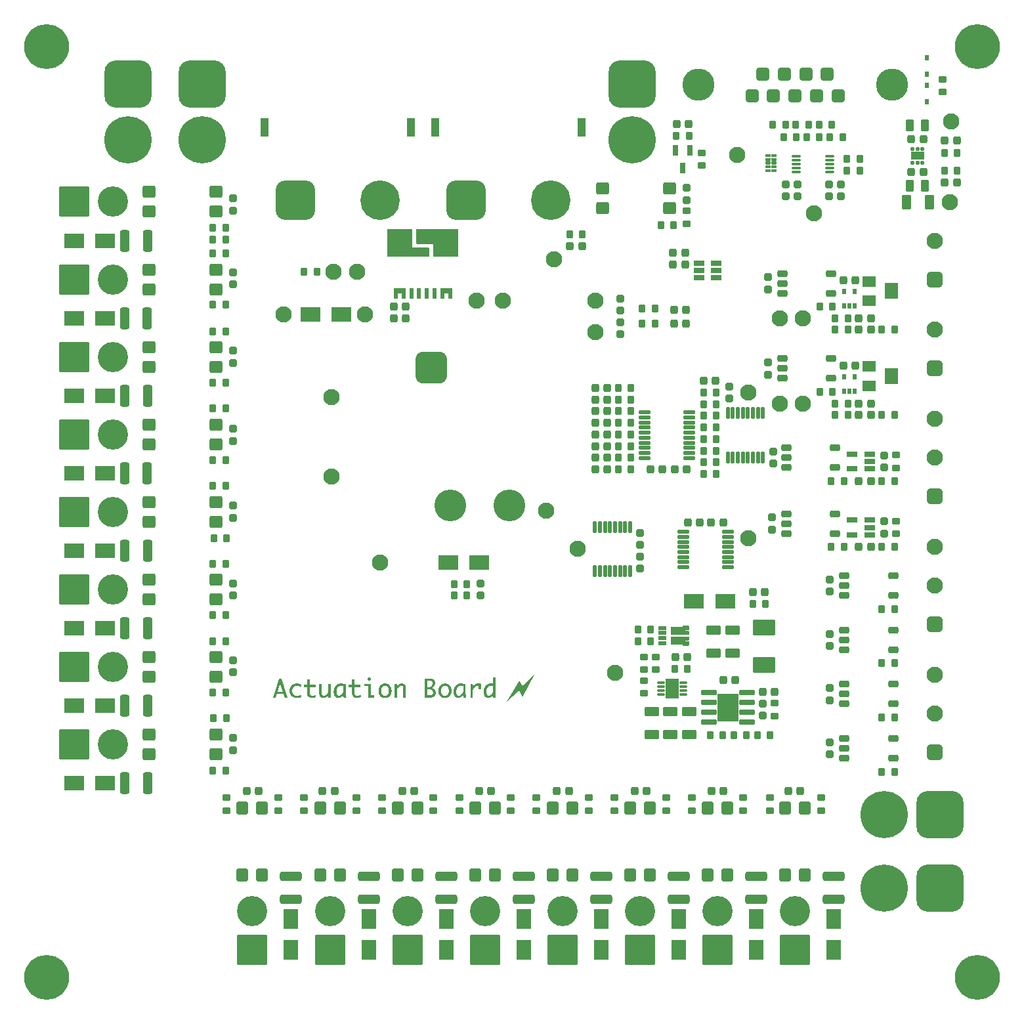
<source format=gts>
%TF.GenerationSoftware,KiCad,Pcbnew,7.0.1-0*%
%TF.CreationDate,2023-03-21T21:14:35-05:00*%
%TF.ProjectId,actuation,61637475-6174-4696-9f6e-2e6b69636164,rev?*%
%TF.SameCoordinates,Original*%
%TF.FileFunction,Soldermask,Top*%
%TF.FilePolarity,Negative*%
%FSLAX46Y46*%
G04 Gerber Fmt 4.6, Leading zero omitted, Abs format (unit mm)*
G04 Created by KiCad (PCBNEW 7.0.1-0) date 2023-03-21 21:14:35*
%MOMM*%
%LPD*%
G01*
G04 APERTURE LIST*
G04 Aperture macros list*
%AMRoundRect*
0 Rectangle with rounded corners*
0 $1 Rounding radius*
0 $2 $3 $4 $5 $6 $7 $8 $9 X,Y pos of 4 corners*
0 Add a 4 corners polygon primitive as box body*
4,1,4,$2,$3,$4,$5,$6,$7,$8,$9,$2,$3,0*
0 Add four circle primitives for the rounded corners*
1,1,$1+$1,$2,$3*
1,1,$1+$1,$4,$5*
1,1,$1+$1,$6,$7*
1,1,$1+$1,$8,$9*
0 Add four rect primitives between the rounded corners*
20,1,$1+$1,$2,$3,$4,$5,0*
20,1,$1+$1,$4,$5,$6,$7,0*
20,1,$1+$1,$6,$7,$8,$9,0*
20,1,$1+$1,$8,$9,$2,$3,0*%
%AMFreePoly0*
4,1,25,1.407855,0.530355,1.422500,0.495000,1.422500,0.090000,1.407855,0.054645,1.372500,0.040000,0.912500,0.040000,0.912500,-0.115000,1.372500,-0.115000,1.407855,-0.129645,1.422500,-0.165000,1.422500,-0.587500,1.407855,-0.622855,1.372500,-0.637500,0.612500,-0.637500,0.577145,-0.622855,0.562500,-0.587500,0.562500,-0.545000,-0.862500,-0.545000,-0.897855,-0.530355,-0.912500,-0.495000,
-0.912500,0.495000,-0.897855,0.530355,-0.862500,0.545000,1.372500,0.545000,1.407855,0.530355,1.407855,0.530355,$1*%
%AMFreePoly1*
4,1,25,1.407855,0.622855,1.422500,0.587500,1.422500,0.165000,1.407855,0.129645,1.372500,0.115000,0.912500,0.115000,0.912500,-0.040000,1.372500,-0.040000,1.407855,-0.054645,1.422500,-0.090000,1.422500,-0.495000,1.407855,-0.530355,1.372500,-0.545000,-0.862500,-0.545000,-0.897855,-0.530355,-0.912500,-0.495000,-0.912500,0.495000,-0.897855,0.530355,-0.862500,0.545000,0.562500,0.545000,
0.562500,0.587500,0.577145,0.622855,0.612500,0.637500,1.372500,0.637500,1.407855,0.622855,1.407855,0.622855,$1*%
%AMFreePoly2*
4,1,21,0.365355,0.735355,0.380000,0.700000,0.380000,-0.700000,0.365355,-0.735355,0.330000,-0.750000,-0.980000,-0.750000,-1.015355,-0.735355,-1.030000,-0.700000,-1.030000,-0.300000,-1.015355,-0.264645,-0.980000,-0.250000,-0.380000,-0.250000,-0.380000,0.250000,-0.980000,0.250000,-1.015355,0.264645,-1.030000,0.300000,-1.030000,0.700000,-1.015355,0.735355,-0.980000,0.750000,0.330000,0.750000,
0.365355,0.735355,0.365355,0.735355,$1*%
%AMFreePoly3*
4,1,24,1.785355,3.830355,1.800000,3.795000,1.800000,-1.535000,1.785355,-1.570355,1.750000,-1.585000,-1.750000,-1.585000,-1.785355,-1.570355,-1.800000,-1.535000,-1.800000,1.535000,-1.785355,1.570355,-1.750000,1.585000,-0.175000,1.585000,-0.175000,3.595000,-0.173746,3.606126,-0.153940,3.692903,-0.144285,3.712952,-0.088789,3.782541,-0.071392,3.796414,0.008802,3.835034,0.030496,3.839986,
0.062896,3.839986,0.075000,3.845000,1.750000,3.845000,1.785355,3.830355,1.785355,3.830355,$1*%
%AMFreePoly4*
4,1,24,1.785355,1.570355,1.800000,1.535000,1.800000,-1.535000,1.785355,-1.570355,1.750000,-1.585000,-0.575000,-1.585000,-0.575000,-3.595000,-0.576254,-3.606126,-0.596060,-3.692903,-0.605715,-3.712952,-0.661211,-3.782541,-0.678608,-3.796414,-0.758802,-3.835034,-0.780496,-3.839986,-0.812896,-3.839986,-0.825000,-3.845000,-1.750000,-3.845000,-1.785355,-3.830355,-1.800000,-3.795000,-1.800000,1.535000,
-1.785355,1.570355,-1.750000,1.585000,1.750000,1.585000,1.785355,1.570355,1.785355,1.570355,$1*%
G04 Aperture macros list end*
%ADD10C,0.400000*%
%ADD11RoundRect,0.200000X0.450000X0.250000X-0.450000X0.250000X-0.450000X-0.250000X0.450000X-0.250000X0*%
%ADD12RoundRect,0.350000X0.500000X0.450000X-0.500000X0.450000X-0.500000X-0.450000X0.500000X-0.450000X0*%
%ADD13RoundRect,0.350000X-0.450000X0.500000X-0.450000X-0.500000X0.450000X-0.500000X0.450000X0.500000X0*%
%ADD14RoundRect,0.250000X0.200000X0.275000X-0.200000X0.275000X-0.200000X-0.275000X0.200000X-0.275000X0*%
%ADD15RoundRect,0.050000X-0.900000X1.250000X-0.900000X-1.250000X0.900000X-1.250000X0.900000X1.250000X0*%
%ADD16RoundRect,0.250000X-0.200000X-0.275000X0.200000X-0.275000X0.200000X0.275000X-0.200000X0.275000X0*%
%ADD17RoundRect,0.250000X0.275000X-0.200000X0.275000X0.200000X-0.275000X0.200000X-0.275000X-0.200000X0*%
%ADD18RoundRect,0.275000X0.225000X0.250000X-0.225000X0.250000X-0.225000X-0.250000X0.225000X-0.250000X0*%
%ADD19C,3.900000*%
%ADD20RoundRect,0.050000X-1.900000X-1.900000X1.900000X-1.900000X1.900000X1.900000X-1.900000X1.900000X0*%
%ADD21RoundRect,0.300000X-0.650000X0.325000X-0.650000X-0.325000X0.650000X-0.325000X0.650000X0.325000X0*%
%ADD22RoundRect,0.275000X0.250000X-0.225000X0.250000X0.225000X-0.250000X0.225000X-0.250000X-0.225000X0*%
%ADD23C,2.100000*%
%ADD24RoundRect,0.268750X0.256250X-0.218750X0.256250X0.218750X-0.256250X0.218750X-0.256250X-0.218750X0*%
%ADD25RoundRect,0.275000X-0.225000X-0.250000X0.225000X-0.250000X0.225000X0.250000X-0.225000X0.250000X0*%
%ADD26RoundRect,0.300000X-1.100000X0.325000X-1.100000X-0.325000X1.100000X-0.325000X1.100000X0.325000X0*%
%ADD27RoundRect,0.050000X-0.500000X-1.100000X0.500000X-1.100000X0.500000X1.100000X-0.500000X1.100000X0*%
%ADD28C,5.100000*%
%ADD29RoundRect,1.300000X-1.250000X-1.250000X1.250000X-1.250000X1.250000X1.250000X-1.250000X1.250000X0*%
%ADD30RoundRect,0.268750X-0.218750X-0.256250X0.218750X-0.256250X0.218750X0.256250X-0.218750X0.256250X0*%
%ADD31RoundRect,0.268750X0.218750X0.256250X-0.218750X0.256250X-0.218750X-0.256250X0.218750X-0.256250X0*%
%ADD32RoundRect,1.550000X1.500000X1.500000X-1.500000X1.500000X-1.500000X-1.500000X1.500000X-1.500000X0*%
%ADD33C,6.100000*%
%ADD34C,5.800000*%
%ADD35RoundRect,0.050000X1.250000X0.900000X-1.250000X0.900000X-1.250000X-0.900000X1.250000X-0.900000X0*%
%ADD36RoundRect,0.143750X0.106250X-0.093750X0.106250X0.093750X-0.106250X0.093750X-0.106250X-0.093750X0*%
%ADD37RoundRect,0.050000X0.800000X-0.500000X0.800000X0.500000X-0.800000X0.500000X-0.800000X-0.500000X0*%
%ADD38RoundRect,0.268750X-0.256250X0.218750X-0.256250X-0.218750X0.256250X-0.218750X0.256250X0.218750X0*%
%ADD39RoundRect,0.150000X0.637500X0.100000X-0.637500X0.100000X-0.637500X-0.100000X0.637500X-0.100000X0*%
%ADD40RoundRect,0.050000X1.900000X-1.900000X1.900000X1.900000X-1.900000X1.900000X-1.900000X-1.900000X0*%
%ADD41RoundRect,0.050000X-0.225000X0.300000X-0.225000X-0.300000X0.225000X-0.300000X0.225000X0.300000X0*%
%ADD42RoundRect,1.550000X-1.500000X1.500000X-1.500000X-1.500000X1.500000X-1.500000X1.500000X1.500000X0*%
%ADD43RoundRect,0.550000X0.500000X-0.500000X0.500000X0.500000X-0.500000X0.500000X-0.500000X-0.500000X0*%
%ADD44RoundRect,0.200000X0.512500X0.150000X-0.512500X0.150000X-0.512500X-0.150000X0.512500X-0.150000X0*%
%ADD45RoundRect,1.050000X-1.000000X1.000000X-1.000000X-1.000000X1.000000X-1.000000X1.000000X1.000000X0*%
%ADD46C,4.100000*%
%ADD47RoundRect,0.050000X-0.495000X-0.202500X0.495000X-0.202500X0.495000X0.202500X-0.495000X0.202500X0*%
%ADD48FreePoly0,0.000000*%
%ADD49FreePoly1,0.000000*%
%ADD50RoundRect,0.050000X0.800000X-0.650000X0.800000X0.650000X-0.800000X0.650000X-0.800000X-0.650000X0*%
%ADD51RoundRect,0.050000X0.800000X-1.000000X0.800000X1.000000X-0.800000X1.000000X-0.800000X-1.000000X0*%
%ADD52FreePoly2,90.000000*%
%ADD53RoundRect,0.050000X0.200000X-0.650000X0.200000X0.650000X-0.200000X0.650000X-0.200000X-0.650000X0*%
%ADD54FreePoly3,90.000000*%
%ADD55FreePoly4,90.000000*%
%ADD56RoundRect,0.200000X-0.150000X0.512500X-0.150000X-0.512500X0.150000X-0.512500X0.150000X0.512500X0*%
%ADD57RoundRect,0.050000X0.275000X-0.150000X0.275000X0.150000X-0.275000X0.150000X-0.275000X-0.150000X0*%
%ADD58RoundRect,0.050000X0.275000X-0.200000X0.275000X0.200000X-0.275000X0.200000X-0.275000X-0.200000X0*%
%ADD59RoundRect,0.150000X0.100000X-0.637500X0.100000X0.637500X-0.100000X0.637500X-0.100000X-0.637500X0*%
%ADD60RoundRect,0.300000X0.325000X1.100000X-0.325000X1.100000X-0.325000X-1.100000X0.325000X-1.100000X0*%
%ADD61RoundRect,0.050000X0.200000X-0.325000X0.200000X0.325000X-0.200000X0.325000X-0.200000X-0.325000X0*%
%ADD62RoundRect,0.200000X-0.820000X-0.150000X0.820000X-0.150000X0.820000X0.150000X-0.820000X0.150000X0*%
%ADD63RoundRect,0.050000X-1.310000X-1.755000X1.310000X-1.755000X1.310000X1.755000X-1.310000X1.755000X0*%
%ADD64RoundRect,0.275000X-0.250000X0.225000X-0.250000X-0.225000X0.250000X-0.225000X0.250000X0.225000X0*%
%ADD65RoundRect,0.250000X-0.275000X0.200000X-0.275000X-0.200000X0.275000X-0.200000X0.275000X0.200000X0*%
%ADD66RoundRect,0.300000X-0.250000X-0.475000X0.250000X-0.475000X0.250000X0.475000X-0.250000X0.475000X0*%
%ADD67RoundRect,0.300000X0.325000X0.650000X-0.325000X0.650000X-0.325000X-0.650000X0.325000X-0.650000X0*%
%ADD68RoundRect,0.050000X0.550000X0.125000X-0.550000X0.125000X-0.550000X-0.125000X0.550000X-0.125000X0*%
%ADD69RoundRect,0.050000X1.395000X-0.951500X1.395000X0.951500X-1.395000X0.951500X-1.395000X-0.951500X0*%
%ADD70RoundRect,0.150000X-0.637500X-0.100000X0.637500X-0.100000X0.637500X0.100000X-0.637500X0.100000X0*%
%ADD71RoundRect,0.112500X-0.362500X-0.062500X0.362500X-0.062500X0.362500X0.062500X-0.362500X0.062500X0*%
%ADD72RoundRect,0.050000X-0.825000X-1.190000X0.825000X-1.190000X0.825000X1.190000X-0.825000X1.190000X0*%
%ADD73RoundRect,0.458750X0.408750X0.408750X-0.408750X0.408750X-0.408750X-0.408750X0.408750X-0.408750X0*%
%ADD74C,4.150000*%
%ADD75RoundRect,0.150000X-0.100000X0.637500X-0.100000X-0.637500X0.100000X-0.637500X0.100000X0.637500X0*%
G04 APERTURE END LIST*
D10*
G36*
X111030653Y-123954500D02*
G01*
X110658768Y-123954500D01*
X110491926Y-123451164D01*
X109659400Y-123451164D01*
X109494243Y-123954500D01*
X109152132Y-123954500D01*
X109395186Y-123163543D01*
X109746472Y-123163543D01*
X110409909Y-123163543D01*
X110122851Y-122233833D01*
X110072292Y-122047891D01*
X110027352Y-122231586D01*
X109746472Y-123163543D01*
X109395186Y-123163543D01*
X109914438Y-121473774D01*
X110263852Y-121473774D01*
X111030653Y-123954500D01*
G37*
G36*
X112796821Y-123892706D02*
G01*
X112758358Y-123904542D01*
X112720212Y-123915615D01*
X112682381Y-123925924D01*
X112644866Y-123935470D01*
X112607667Y-123944252D01*
X112570784Y-123952270D01*
X112534217Y-123959525D01*
X112497966Y-123966016D01*
X112462031Y-123971743D01*
X112426412Y-123976707D01*
X112391109Y-123980907D01*
X112356122Y-123984343D01*
X112321451Y-123987016D01*
X112287096Y-123988925D01*
X112253057Y-123990070D01*
X112219334Y-123990452D01*
X112185863Y-123989971D01*
X112152862Y-123988530D01*
X112120330Y-123986127D01*
X112088268Y-123982763D01*
X112056676Y-123978438D01*
X112025553Y-123973152D01*
X111994900Y-123966904D01*
X111964717Y-123959696D01*
X111935003Y-123951526D01*
X111905758Y-123942395D01*
X111876983Y-123932303D01*
X111848678Y-123921250D01*
X111820843Y-123909236D01*
X111793477Y-123896261D01*
X111766580Y-123882324D01*
X111740154Y-123867427D01*
X111714389Y-123851709D01*
X111689341Y-123835310D01*
X111665007Y-123818231D01*
X111641389Y-123800472D01*
X111618487Y-123782033D01*
X111596299Y-123762914D01*
X111574828Y-123743114D01*
X111554071Y-123722634D01*
X111534030Y-123701473D01*
X111514704Y-123679633D01*
X111496094Y-123657112D01*
X111478199Y-123633911D01*
X111461019Y-123610030D01*
X111444554Y-123585468D01*
X111428805Y-123560226D01*
X111413772Y-123534304D01*
X111399623Y-123507750D01*
X111386386Y-123480753D01*
X111374063Y-123453312D01*
X111362652Y-123425428D01*
X111352154Y-123397101D01*
X111342569Y-123368331D01*
X111333897Y-123339117D01*
X111326138Y-123309460D01*
X111319291Y-123279360D01*
X111313358Y-123248817D01*
X111308337Y-123217830D01*
X111304229Y-123186400D01*
X111301034Y-123154527D01*
X111298752Y-123122210D01*
X111297383Y-123089451D01*
X111296926Y-123056248D01*
X111297186Y-123031242D01*
X111297964Y-123006501D01*
X111299261Y-122982026D01*
X111301078Y-122957817D01*
X111303413Y-122933873D01*
X111306268Y-122910195D01*
X111309641Y-122886782D01*
X111313533Y-122863635D01*
X111317944Y-122840753D01*
X111322874Y-122818137D01*
X111328324Y-122795786D01*
X111334292Y-122773701D01*
X111340779Y-122751881D01*
X111347785Y-122730327D01*
X111355310Y-122709038D01*
X111363354Y-122688015D01*
X111380999Y-122646765D01*
X111400720Y-122606577D01*
X111422516Y-122567452D01*
X111446389Y-122529388D01*
X111459104Y-122510755D01*
X111472337Y-122492387D01*
X111486090Y-122474284D01*
X111500362Y-122456447D01*
X111515152Y-122438876D01*
X111530462Y-122421570D01*
X111546290Y-122404530D01*
X111562638Y-122387755D01*
X111579352Y-122371338D01*
X111596280Y-122355443D01*
X111613422Y-122340069D01*
X111630777Y-122325215D01*
X111648347Y-122310883D01*
X111666131Y-122297073D01*
X111702340Y-122271014D01*
X111739405Y-122247041D01*
X111777326Y-122225152D01*
X111816103Y-122205348D01*
X111855735Y-122187628D01*
X111896224Y-122171994D01*
X111937568Y-122158443D01*
X111979768Y-122146978D01*
X112022823Y-122137597D01*
X112066735Y-122130301D01*
X112111502Y-122125089D01*
X112134207Y-122123265D01*
X112157125Y-122121962D01*
X112180258Y-122121180D01*
X112203604Y-122120920D01*
X112238113Y-122121352D01*
X112272964Y-122122649D01*
X112308157Y-122124810D01*
X112343693Y-122127836D01*
X112379571Y-122131727D01*
X112415791Y-122136482D01*
X112452354Y-122142102D01*
X112489259Y-122148586D01*
X112526506Y-122155935D01*
X112564095Y-122164149D01*
X112602027Y-122173227D01*
X112640301Y-122183169D01*
X112678918Y-122193977D01*
X112717877Y-122205649D01*
X112757178Y-122218185D01*
X112796821Y-122231586D01*
X112796821Y-122557406D01*
X112756096Y-122539379D01*
X112716077Y-122522516D01*
X112676765Y-122506815D01*
X112638160Y-122492277D01*
X112600261Y-122478902D01*
X112563068Y-122466691D01*
X112526583Y-122455642D01*
X112490803Y-122445756D01*
X112455731Y-122437034D01*
X112421365Y-122429474D01*
X112387705Y-122423078D01*
X112354753Y-122417844D01*
X112322506Y-122413774D01*
X112290967Y-122410866D01*
X112260134Y-122409121D01*
X112230007Y-122408540D01*
X112200893Y-122409211D01*
X112172115Y-122411226D01*
X112143673Y-122414583D01*
X112115566Y-122419284D01*
X112087795Y-122425327D01*
X112060360Y-122432713D01*
X112033261Y-122441442D01*
X112006497Y-122451515D01*
X111980069Y-122462930D01*
X111953977Y-122475688D01*
X111936769Y-122484939D01*
X111911712Y-122499919D01*
X111887731Y-122516420D01*
X111864827Y-122534441D01*
X111842999Y-122553983D01*
X111822248Y-122575045D01*
X111802572Y-122597629D01*
X111783973Y-122621733D01*
X111766451Y-122647358D01*
X111750005Y-122674503D01*
X111734635Y-122703169D01*
X111724986Y-122723125D01*
X111711634Y-122753654D01*
X111699595Y-122784361D01*
X111688870Y-122815245D01*
X111679457Y-122846308D01*
X111671358Y-122877548D01*
X111664573Y-122908966D01*
X111659101Y-122940562D01*
X111654942Y-122972335D01*
X111652096Y-123004286D01*
X111650564Y-123036415D01*
X111650272Y-123057933D01*
X111650836Y-123086567D01*
X111652528Y-123115030D01*
X111655348Y-123143322D01*
X111659295Y-123171443D01*
X111664371Y-123199393D01*
X111670575Y-123227171D01*
X111677906Y-123254779D01*
X111686365Y-123282215D01*
X111695952Y-123309480D01*
X111706667Y-123336574D01*
X111718511Y-123363497D01*
X111731481Y-123390248D01*
X111745580Y-123416829D01*
X111760807Y-123443238D01*
X111777162Y-123469476D01*
X111794644Y-123495543D01*
X111813331Y-123520644D01*
X111833300Y-123544126D01*
X111854550Y-123565989D01*
X111877082Y-123586232D01*
X111900896Y-123604855D01*
X111925990Y-123621859D01*
X111952367Y-123637244D01*
X111980024Y-123651009D01*
X112008964Y-123663155D01*
X112039185Y-123673682D01*
X112070687Y-123682589D01*
X112103471Y-123689876D01*
X112137536Y-123695544D01*
X112172883Y-123699593D01*
X112209512Y-123702022D01*
X112247422Y-123702832D01*
X112270972Y-123702630D01*
X112294434Y-123702024D01*
X112317808Y-123701015D01*
X112341095Y-123699602D01*
X112364294Y-123697785D01*
X112387405Y-123695564D01*
X112410428Y-123692939D01*
X112433364Y-123689911D01*
X112459073Y-123685443D01*
X112482053Y-123680468D01*
X112508203Y-123674101D01*
X112537522Y-123666341D01*
X112570011Y-123657189D01*
X112593432Y-123650314D01*
X112618261Y-123642820D01*
X112644499Y-123634707D01*
X112672146Y-123625976D01*
X112701202Y-123616626D01*
X112731666Y-123606657D01*
X112763539Y-123596069D01*
X112796821Y-123584862D01*
X112796821Y-123892706D01*
G37*
G36*
X114719721Y-123860686D02*
G01*
X114692822Y-123872250D01*
X114666898Y-123883209D01*
X114641948Y-123893562D01*
X114617972Y-123903309D01*
X114594971Y-123912451D01*
X114572944Y-123920987D01*
X114551891Y-123928918D01*
X114522139Y-123939678D01*
X114494579Y-123949075D01*
X114469211Y-123957110D01*
X114446035Y-123963782D01*
X114418544Y-123970558D01*
X114406260Y-123973038D01*
X114382762Y-123977119D01*
X114359458Y-123980656D01*
X114336347Y-123983650D01*
X114313429Y-123986098D01*
X114290704Y-123988003D01*
X114268172Y-123989364D01*
X114240279Y-123990299D01*
X114223688Y-123990452D01*
X114200353Y-123990171D01*
X114177255Y-123989329D01*
X114154394Y-123987924D01*
X114131770Y-123985958D01*
X114109383Y-123983430D01*
X114076247Y-123978585D01*
X114043645Y-123972476D01*
X114011575Y-123965103D01*
X113980039Y-123956466D01*
X113949035Y-123946565D01*
X113918565Y-123935400D01*
X113888629Y-123922971D01*
X113878768Y-123918547D01*
X113850053Y-123904352D01*
X113822680Y-123888943D01*
X113796651Y-123872319D01*
X113771964Y-123854480D01*
X113748620Y-123835427D01*
X113726620Y-123815159D01*
X113705962Y-123793677D01*
X113686647Y-123770980D01*
X113668675Y-123747069D01*
X113652046Y-123721942D01*
X113641706Y-123704517D01*
X113627350Y-123676560D01*
X113614406Y-123645987D01*
X113606561Y-123624150D01*
X113599344Y-123601151D01*
X113592754Y-123576989D01*
X113586792Y-123551664D01*
X113581458Y-123525176D01*
X113576751Y-123497524D01*
X113572671Y-123468710D01*
X113569220Y-123438733D01*
X113566396Y-123407592D01*
X113564199Y-123375289D01*
X113562630Y-123341823D01*
X113561689Y-123307193D01*
X113561375Y-123271401D01*
X113561375Y-122588303D01*
X113122641Y-122588303D01*
X113122641Y-122300682D01*
X113561375Y-122300682D01*
X113561375Y-121617584D01*
X113889442Y-121617584D01*
X113889442Y-122300682D01*
X114670848Y-122300682D01*
X114670848Y-122588303D01*
X113889442Y-122588303D01*
X113889442Y-123260728D01*
X113889628Y-123285671D01*
X113890188Y-123309662D01*
X113891120Y-123332701D01*
X113893219Y-123365473D01*
X113896157Y-123396103D01*
X113899934Y-123424589D01*
X113904550Y-123450933D01*
X113910006Y-123475135D01*
X113916301Y-123497193D01*
X113926000Y-123523271D01*
X113937191Y-123545539D01*
X113949629Y-123565095D01*
X113963067Y-123583318D01*
X113981272Y-123604219D01*
X114001041Y-123623036D01*
X114022373Y-123639768D01*
X114045268Y-123654415D01*
X114064710Y-123664632D01*
X114090393Y-123675637D01*
X114112025Y-123683098D01*
X114134623Y-123689365D01*
X114158186Y-123694438D01*
X114182714Y-123698318D01*
X114208208Y-123701004D01*
X114234668Y-123702496D01*
X114255147Y-123702832D01*
X114281319Y-123702268D01*
X114307873Y-123700576D01*
X114334809Y-123697756D01*
X114362126Y-123693808D01*
X114389826Y-123688733D01*
X114417907Y-123682529D01*
X114446371Y-123675198D01*
X114475216Y-123666739D01*
X114504442Y-123657151D01*
X114534051Y-123646436D01*
X114564041Y-123634593D01*
X114594414Y-123621622D01*
X114625168Y-123607524D01*
X114656304Y-123592297D01*
X114687821Y-123575942D01*
X114719721Y-123558460D01*
X114719721Y-123860686D01*
G37*
G36*
X116628576Y-122156872D02*
G01*
X116628576Y-123954500D01*
X116299948Y-123954500D01*
X116299948Y-123612950D01*
X116285855Y-123633231D01*
X116271245Y-123653063D01*
X116256117Y-123672448D01*
X116240472Y-123691386D01*
X116224308Y-123709876D01*
X116207626Y-123727918D01*
X116190427Y-123745512D01*
X116172709Y-123762659D01*
X116154474Y-123779358D01*
X116135721Y-123795610D01*
X116116450Y-123811413D01*
X116096661Y-123826770D01*
X116076355Y-123841678D01*
X116055530Y-123856139D01*
X116034188Y-123870152D01*
X116012327Y-123883718D01*
X115990206Y-123896643D01*
X115968080Y-123908734D01*
X115945950Y-123919991D01*
X115923815Y-123930414D01*
X115901676Y-123940003D01*
X115879533Y-123948759D01*
X115857385Y-123956681D01*
X115835233Y-123963769D01*
X115813076Y-123970022D01*
X115790915Y-123975443D01*
X115768750Y-123980029D01*
X115746580Y-123983781D01*
X115713318Y-123987846D01*
X115680045Y-123990035D01*
X115657858Y-123990452D01*
X115628176Y-123989702D01*
X115598959Y-123987450D01*
X115570205Y-123983698D01*
X115541916Y-123978444D01*
X115514091Y-123971690D01*
X115486730Y-123963435D01*
X115459833Y-123953679D01*
X115433400Y-123942422D01*
X115407431Y-123929664D01*
X115381927Y-123915405D01*
X115365181Y-123905065D01*
X115341030Y-123888595D01*
X115318290Y-123871208D01*
X115296962Y-123852902D01*
X115277047Y-123833678D01*
X115258543Y-123813535D01*
X115241452Y-123792474D01*
X115225773Y-123770494D01*
X115211505Y-123747597D01*
X115198650Y-123723781D01*
X115187207Y-123699046D01*
X115180363Y-123682047D01*
X115171127Y-123653904D01*
X115162799Y-123621298D01*
X115157752Y-123597081D01*
X115153109Y-123570880D01*
X115148869Y-123542695D01*
X115145034Y-123512527D01*
X115141602Y-123480375D01*
X115138573Y-123446240D01*
X115135949Y-123410120D01*
X115133728Y-123372017D01*
X115131911Y-123331931D01*
X115130498Y-123289860D01*
X115129489Y-123245806D01*
X115129135Y-123223035D01*
X115128883Y-123199768D01*
X115128732Y-123176005D01*
X115128681Y-123151747D01*
X115128681Y-122156872D01*
X115457310Y-122156872D01*
X115457310Y-123198372D01*
X115457400Y-123229219D01*
X115457670Y-123258700D01*
X115458120Y-123286817D01*
X115458749Y-123313568D01*
X115459559Y-123338955D01*
X115460549Y-123362977D01*
X115461718Y-123385633D01*
X115463810Y-123417060D01*
X115466307Y-123445415D01*
X115469208Y-123470699D01*
X115473707Y-123499634D01*
X115478925Y-123523109D01*
X115480342Y-123528125D01*
X115488607Y-123551651D01*
X115498654Y-123573779D01*
X115510484Y-123594507D01*
X115524098Y-123613837D01*
X115539494Y-123631768D01*
X115556673Y-123648299D01*
X115564044Y-123654520D01*
X115583209Y-123668438D01*
X115602786Y-123679997D01*
X115626821Y-123690754D01*
X115651448Y-123698114D01*
X115676668Y-123702077D01*
X115693810Y-123702832D01*
X115721634Y-123701573D01*
X115749911Y-123697796D01*
X115778643Y-123691500D01*
X115807830Y-123682687D01*
X115837470Y-123671356D01*
X115867565Y-123657507D01*
X115887880Y-123646875D01*
X115908398Y-123635124D01*
X115929117Y-123622254D01*
X115950038Y-123608265D01*
X115971161Y-123593157D01*
X115992486Y-123576930D01*
X116014013Y-123559583D01*
X116035471Y-123541394D01*
X116056452Y-123522639D01*
X116076954Y-123503317D01*
X116096977Y-123483430D01*
X116116523Y-123462976D01*
X116135589Y-123441956D01*
X116154178Y-123420370D01*
X116172288Y-123398218D01*
X116189920Y-123375500D01*
X116207073Y-123352215D01*
X116223748Y-123328365D01*
X116239945Y-123303948D01*
X116255663Y-123278965D01*
X116270903Y-123253416D01*
X116285665Y-123227301D01*
X116299948Y-123200620D01*
X116299948Y-122156872D01*
X116628576Y-122156872D01*
G37*
G36*
X117953546Y-122121523D02*
G01*
X117979312Y-122122875D01*
X118007764Y-122124999D01*
X118030866Y-122127099D01*
X118055479Y-122129633D01*
X118081602Y-122132602D01*
X118109236Y-122136006D01*
X118138382Y-122139844D01*
X118169037Y-122144116D01*
X118179592Y-122145637D01*
X118201790Y-122149324D01*
X118225237Y-122152878D01*
X118250185Y-122156453D01*
X118253182Y-122156872D01*
X118564396Y-122156872D01*
X118564396Y-123430941D01*
X118564682Y-123469127D01*
X118565537Y-123506585D01*
X118566964Y-123543314D01*
X118568961Y-123579315D01*
X118571528Y-123614587D01*
X118574666Y-123649131D01*
X118578375Y-123682946D01*
X118582654Y-123716033D01*
X118587503Y-123748391D01*
X118592923Y-123780021D01*
X118598914Y-123810922D01*
X118605475Y-123841094D01*
X118612607Y-123870539D01*
X118620309Y-123899254D01*
X118628582Y-123927241D01*
X118637425Y-123954500D01*
X118293067Y-123954500D01*
X118286002Y-123924581D01*
X118279341Y-123894020D01*
X118273086Y-123862818D01*
X118267235Y-123830974D01*
X118261789Y-123798488D01*
X118256748Y-123765360D01*
X118253612Y-123742918D01*
X118250656Y-123720191D01*
X118247881Y-123697179D01*
X118245285Y-123673881D01*
X118242869Y-123650298D01*
X118240633Y-123626430D01*
X118238576Y-123602277D01*
X118224833Y-123623248D01*
X118210427Y-123643750D01*
X118195358Y-123663783D01*
X118179627Y-123683346D01*
X118163233Y-123702439D01*
X118146176Y-123721062D01*
X118128456Y-123739217D01*
X118110074Y-123756901D01*
X118091029Y-123774116D01*
X118071322Y-123790861D01*
X118050951Y-123807137D01*
X118029918Y-123822943D01*
X118008223Y-123838279D01*
X117985864Y-123853146D01*
X117962843Y-123867543D01*
X117939159Y-123881471D01*
X117915262Y-123894668D01*
X117891603Y-123907013D01*
X117868180Y-123918507D01*
X117844994Y-123929150D01*
X117822046Y-123938941D01*
X117799334Y-123947881D01*
X117776859Y-123955970D01*
X117754621Y-123963207D01*
X117732621Y-123969592D01*
X117700064Y-123977574D01*
X117668040Y-123983641D01*
X117636550Y-123987791D01*
X117605593Y-123990026D01*
X117585251Y-123990452D01*
X117556929Y-123989686D01*
X117528979Y-123987389D01*
X117501402Y-123983560D01*
X117474199Y-123978199D01*
X117447368Y-123971306D01*
X117420911Y-123962882D01*
X117394826Y-123952926D01*
X117369115Y-123941439D01*
X117343776Y-123928419D01*
X117318811Y-123913869D01*
X117294219Y-123897786D01*
X117269999Y-123880172D01*
X117246153Y-123861026D01*
X117222680Y-123840348D01*
X117199580Y-123818139D01*
X117176853Y-123794398D01*
X117155017Y-123769051D01*
X117134589Y-123742164D01*
X117115571Y-123713735D01*
X117097961Y-123683767D01*
X117081760Y-123652258D01*
X117066968Y-123619209D01*
X117053584Y-123584619D01*
X117041609Y-123548489D01*
X117031044Y-123510818D01*
X117021886Y-123471607D01*
X117014138Y-123430855D01*
X117007799Y-123388563D01*
X117002868Y-123344730D01*
X117000931Y-123322236D01*
X116999346Y-123299357D01*
X116998113Y-123276093D01*
X116997233Y-123252444D01*
X116996704Y-123228410D01*
X116996528Y-123203990D01*
X116996771Y-123183767D01*
X117350436Y-123183767D01*
X117350803Y-123215835D01*
X117351902Y-123246877D01*
X117353734Y-123276891D01*
X117356300Y-123305879D01*
X117359598Y-123333840D01*
X117363629Y-123360773D01*
X117368393Y-123386680D01*
X117373890Y-123411560D01*
X117380119Y-123435413D01*
X117387082Y-123458238D01*
X117394778Y-123480037D01*
X117407696Y-123510810D01*
X117422262Y-123539272D01*
X117438478Y-123565424D01*
X117444250Y-123573627D01*
X117462042Y-123596717D01*
X117480240Y-123617537D01*
X117498842Y-123636084D01*
X117517849Y-123652361D01*
X117537261Y-123666367D01*
X117557078Y-123678101D01*
X117584130Y-123690214D01*
X117611902Y-123698289D01*
X117640394Y-123702327D01*
X117654909Y-123702832D01*
X117679517Y-123701622D01*
X117704678Y-123697993D01*
X117730391Y-123691945D01*
X117756658Y-123683477D01*
X117783477Y-123672591D01*
X117810850Y-123659284D01*
X117838776Y-123643559D01*
X117867254Y-123625414D01*
X117886547Y-123611974D01*
X117906086Y-123597458D01*
X117925870Y-123581867D01*
X117945900Y-123565201D01*
X117965985Y-123547562D01*
X117985794Y-123529196D01*
X118005326Y-123510100D01*
X118024582Y-123490276D01*
X118043561Y-123469724D01*
X118062263Y-123448443D01*
X118080689Y-123426433D01*
X118098839Y-123403695D01*
X118116712Y-123380229D01*
X118134309Y-123356034D01*
X118151629Y-123331110D01*
X118168673Y-123305458D01*
X118185440Y-123279077D01*
X118201930Y-123251968D01*
X118218145Y-123224130D01*
X118234082Y-123195564D01*
X118234082Y-122446178D01*
X118207929Y-122439452D01*
X118181924Y-122433387D01*
X118156068Y-122427984D01*
X118130359Y-122423242D01*
X118104798Y-122419162D01*
X118079386Y-122415744D01*
X118054122Y-122412987D01*
X118029005Y-122410892D01*
X118004037Y-122409459D01*
X117979217Y-122408687D01*
X117962753Y-122408540D01*
X117930369Y-122409352D01*
X117898660Y-122411788D01*
X117867627Y-122415847D01*
X117837270Y-122421531D01*
X117807589Y-122428838D01*
X117778584Y-122437769D01*
X117750255Y-122448324D01*
X117722601Y-122460503D01*
X117695624Y-122474305D01*
X117669322Y-122489732D01*
X117643696Y-122506782D01*
X117618746Y-122525456D01*
X117594472Y-122545754D01*
X117570874Y-122567676D01*
X117547951Y-122591221D01*
X117525705Y-122616391D01*
X117504481Y-122642899D01*
X117484626Y-122670600D01*
X117466141Y-122699496D01*
X117449025Y-122729585D01*
X117433278Y-122760868D01*
X117418901Y-122793345D01*
X117405892Y-122827015D01*
X117394253Y-122861879D01*
X117383984Y-122897937D01*
X117375083Y-122935189D01*
X117367552Y-122973634D01*
X117361390Y-123013273D01*
X117356598Y-123054106D01*
X117353175Y-123096132D01*
X117351121Y-123139353D01*
X117350436Y-123183767D01*
X116996771Y-123183767D01*
X116996989Y-123165554D01*
X116998372Y-123127626D01*
X117000676Y-123090208D01*
X117003901Y-123053298D01*
X117008049Y-123016898D01*
X117013118Y-122981007D01*
X117019108Y-122945625D01*
X117026021Y-122910752D01*
X117033855Y-122876388D01*
X117042610Y-122842534D01*
X117052287Y-122809188D01*
X117062886Y-122776351D01*
X117074406Y-122744024D01*
X117086849Y-122712206D01*
X117100212Y-122680896D01*
X117114498Y-122650096D01*
X117129628Y-122619950D01*
X117145386Y-122590602D01*
X117161771Y-122562054D01*
X117178784Y-122534304D01*
X117196424Y-122507352D01*
X117214693Y-122481200D01*
X117233588Y-122455846D01*
X117253112Y-122431291D01*
X117273262Y-122407535D01*
X117294041Y-122384577D01*
X117315447Y-122362419D01*
X117337481Y-122341059D01*
X117360142Y-122320497D01*
X117383431Y-122300735D01*
X117407347Y-122281771D01*
X117431891Y-122263606D01*
X117457188Y-122246328D01*
X117483222Y-122230164D01*
X117509993Y-122215115D01*
X117537502Y-122201181D01*
X117565748Y-122188361D01*
X117594731Y-122176657D01*
X117624451Y-122166067D01*
X117654909Y-122156591D01*
X117686104Y-122148231D01*
X117718037Y-122140985D01*
X117750707Y-122134854D01*
X117784114Y-122129838D01*
X117818258Y-122125936D01*
X117853140Y-122123149D01*
X117888759Y-122121477D01*
X117925115Y-122120920D01*
X117953546Y-122121523D01*
G37*
G36*
X120517069Y-123860686D02*
G01*
X120490171Y-123872250D01*
X120464246Y-123883209D01*
X120439296Y-123893562D01*
X120415321Y-123903309D01*
X120392319Y-123912451D01*
X120370292Y-123920987D01*
X120349239Y-123928918D01*
X120319487Y-123939678D01*
X120291927Y-123949075D01*
X120266559Y-123957110D01*
X120243383Y-123963782D01*
X120215892Y-123970558D01*
X120203608Y-123973038D01*
X120180111Y-123977119D01*
X120156806Y-123980656D01*
X120133695Y-123983650D01*
X120110777Y-123986098D01*
X120088052Y-123988003D01*
X120065521Y-123989364D01*
X120037627Y-123990299D01*
X120021036Y-123990452D01*
X119997701Y-123990171D01*
X119974603Y-123989329D01*
X119951743Y-123987924D01*
X119929119Y-123985958D01*
X119906732Y-123983430D01*
X119873596Y-123978585D01*
X119840993Y-123972476D01*
X119808923Y-123965103D01*
X119777387Y-123956466D01*
X119746384Y-123946565D01*
X119715914Y-123935400D01*
X119685977Y-123922971D01*
X119676117Y-123918547D01*
X119647401Y-123904352D01*
X119620029Y-123888943D01*
X119593999Y-123872319D01*
X119569312Y-123854480D01*
X119545969Y-123835427D01*
X119523968Y-123815159D01*
X119503310Y-123793677D01*
X119483995Y-123770980D01*
X119466023Y-123747069D01*
X119449394Y-123721942D01*
X119439054Y-123704517D01*
X119424698Y-123676560D01*
X119411754Y-123645987D01*
X119403909Y-123624150D01*
X119396692Y-123601151D01*
X119390102Y-123576989D01*
X119384140Y-123551664D01*
X119378806Y-123525176D01*
X119374099Y-123497524D01*
X119370020Y-123468710D01*
X119366568Y-123438733D01*
X119363744Y-123407592D01*
X119361547Y-123375289D01*
X119359978Y-123341823D01*
X119359037Y-123307193D01*
X119358723Y-123271401D01*
X119358723Y-122588303D01*
X118919990Y-122588303D01*
X118919990Y-122300682D01*
X119358723Y-122300682D01*
X119358723Y-121617584D01*
X119686790Y-121617584D01*
X119686790Y-122300682D01*
X120468196Y-122300682D01*
X120468196Y-122588303D01*
X119686790Y-122588303D01*
X119686790Y-123260728D01*
X119686977Y-123285671D01*
X119687536Y-123309662D01*
X119688469Y-123332701D01*
X119690567Y-123365473D01*
X119693505Y-123396103D01*
X119697282Y-123424589D01*
X119701898Y-123450933D01*
X119707354Y-123475135D01*
X119713649Y-123497193D01*
X119723348Y-123523271D01*
X119734539Y-123545539D01*
X119746977Y-123565095D01*
X119760415Y-123583318D01*
X119778621Y-123604219D01*
X119798389Y-123623036D01*
X119819721Y-123639768D01*
X119842617Y-123654415D01*
X119862059Y-123664632D01*
X119887741Y-123675637D01*
X119909373Y-123683098D01*
X119931971Y-123689365D01*
X119955534Y-123694438D01*
X119980063Y-123698318D01*
X120005557Y-123701004D01*
X120032016Y-123702496D01*
X120052495Y-123702832D01*
X120078667Y-123702268D01*
X120105221Y-123700576D01*
X120132157Y-123697756D01*
X120159475Y-123693808D01*
X120187174Y-123688733D01*
X120215256Y-123682529D01*
X120243719Y-123675198D01*
X120272564Y-123666739D01*
X120301791Y-123657151D01*
X120331399Y-123646436D01*
X120361390Y-123634593D01*
X120391762Y-123621622D01*
X120422516Y-123607524D01*
X120453652Y-123592297D01*
X120485170Y-123575942D01*
X120517069Y-123558460D01*
X120517069Y-123860686D01*
G37*
G36*
X121437230Y-123954500D02*
G01*
X121437230Y-122444493D01*
X120949623Y-122444493D01*
X120949623Y-122156872D01*
X121765297Y-122156872D01*
X121765297Y-123666879D01*
X122254588Y-123666879D01*
X122254588Y-123954500D01*
X121437230Y-123954500D01*
G37*
G36*
X121388357Y-121546241D02*
G01*
X121389506Y-121519864D01*
X121392956Y-121495226D01*
X121398705Y-121472325D01*
X121406754Y-121451163D01*
X121420049Y-121427154D01*
X121436938Y-121405860D01*
X121457419Y-121387282D01*
X121461947Y-121383892D01*
X121484900Y-121368356D01*
X121507414Y-121355453D01*
X121529490Y-121345184D01*
X121551126Y-121337547D01*
X121576511Y-121331859D01*
X121601263Y-121329964D01*
X121626569Y-121331859D01*
X121652348Y-121337547D01*
X121674193Y-121345184D01*
X121696367Y-121355453D01*
X121718870Y-121368356D01*
X121741703Y-121383892D01*
X121763065Y-121401927D01*
X121780806Y-121422678D01*
X121794927Y-121446144D01*
X121803617Y-121466872D01*
X121809989Y-121489338D01*
X121814045Y-121513542D01*
X121815782Y-121539484D01*
X121815855Y-121546241D01*
X121814696Y-121572362D01*
X121811220Y-121596799D01*
X121805427Y-121619550D01*
X121797317Y-121640616D01*
X121783920Y-121664579D01*
X121766903Y-121685908D01*
X121746265Y-121704604D01*
X121741703Y-121708027D01*
X121718870Y-121723401D01*
X121696367Y-121736170D01*
X121674193Y-121746333D01*
X121652348Y-121753889D01*
X121626569Y-121759518D01*
X121601263Y-121761394D01*
X121576511Y-121759518D01*
X121551126Y-121753889D01*
X121529490Y-121746333D01*
X121507414Y-121736170D01*
X121484900Y-121723401D01*
X121461947Y-121708027D01*
X121440747Y-121689858D01*
X121423140Y-121669055D01*
X121409126Y-121645619D01*
X121398705Y-121619550D01*
X121392956Y-121596799D01*
X121389506Y-121572362D01*
X121388357Y-121546241D01*
G37*
G36*
X123642403Y-122121179D02*
G01*
X123665969Y-122121958D01*
X123689236Y-122123255D01*
X123712203Y-122125071D01*
X123734870Y-122127407D01*
X123757238Y-122130261D01*
X123801075Y-122137527D01*
X123843713Y-122146868D01*
X123885154Y-122158285D01*
X123925396Y-122171778D01*
X123964441Y-122187348D01*
X124002287Y-122204992D01*
X124038935Y-122224713D01*
X124074385Y-122246510D01*
X124108637Y-122270382D01*
X124141691Y-122296331D01*
X124173547Y-122324355D01*
X124204204Y-122354455D01*
X124233664Y-122386631D01*
X124261690Y-122420315D01*
X124287909Y-122455078D01*
X124312319Y-122490921D01*
X124334921Y-122527843D01*
X124355715Y-122565846D01*
X124374700Y-122604927D01*
X124391878Y-122645089D01*
X124407247Y-122686330D01*
X124420808Y-122728650D01*
X124432561Y-122772050D01*
X124437760Y-122794155D01*
X124442506Y-122816530D01*
X124446801Y-122839175D01*
X124450643Y-122862090D01*
X124454033Y-122885274D01*
X124456971Y-122908729D01*
X124459458Y-122932453D01*
X124461492Y-122956448D01*
X124463074Y-122980712D01*
X124464204Y-123005246D01*
X124464882Y-123030050D01*
X124465108Y-123055124D01*
X124464882Y-123080199D01*
X124464204Y-123105006D01*
X124463074Y-123129546D01*
X124461492Y-123153818D01*
X124459458Y-123177822D01*
X124456971Y-123201559D01*
X124454033Y-123225027D01*
X124450643Y-123248229D01*
X124446801Y-123271162D01*
X124442506Y-123293828D01*
X124437760Y-123316225D01*
X124432561Y-123338356D01*
X124426911Y-123360218D01*
X124414254Y-123403140D01*
X124399788Y-123444991D01*
X124383515Y-123485771D01*
X124365433Y-123525481D01*
X124345544Y-123564119D01*
X124323846Y-123601687D01*
X124300340Y-123638183D01*
X124275025Y-123673609D01*
X124247903Y-123707964D01*
X124233664Y-123724740D01*
X124204204Y-123756916D01*
X124173547Y-123787016D01*
X124141691Y-123815041D01*
X124108637Y-123840989D01*
X124074385Y-123864862D01*
X124038935Y-123886658D01*
X124002287Y-123906379D01*
X123964441Y-123924024D01*
X123925396Y-123939593D01*
X123885154Y-123953086D01*
X123843713Y-123964504D01*
X123801075Y-123973845D01*
X123757238Y-123981111D01*
X123734870Y-123983965D01*
X123712203Y-123986300D01*
X123689236Y-123988117D01*
X123665969Y-123989414D01*
X123642403Y-123990193D01*
X123618538Y-123990452D01*
X123594568Y-123990193D01*
X123570901Y-123989414D01*
X123547534Y-123988117D01*
X123524470Y-123986300D01*
X123501707Y-123983965D01*
X123479246Y-123981111D01*
X123435229Y-123973845D01*
X123392419Y-123964504D01*
X123350816Y-123953086D01*
X123310420Y-123939593D01*
X123271231Y-123924024D01*
X123233249Y-123906379D01*
X123196473Y-123886658D01*
X123160905Y-123864862D01*
X123126543Y-123840989D01*
X123093388Y-123815041D01*
X123061440Y-123787016D01*
X123030699Y-123756916D01*
X123001165Y-123724740D01*
X122973207Y-123690921D01*
X122947052Y-123656030D01*
X122922701Y-123620069D01*
X122900154Y-123583037D01*
X122879411Y-123544934D01*
X122860471Y-123505760D01*
X122843335Y-123465515D01*
X122828003Y-123424199D01*
X122814475Y-123381813D01*
X122802751Y-123338356D01*
X122797565Y-123316225D01*
X122792830Y-123293828D01*
X122788546Y-123271162D01*
X122784713Y-123248229D01*
X122781331Y-123225027D01*
X122778400Y-123201559D01*
X122775919Y-123177822D01*
X122773890Y-123153818D01*
X122772312Y-123129546D01*
X122771185Y-123105006D01*
X122770508Y-123080199D01*
X122770283Y-123055124D01*
X123124191Y-123055124D01*
X123124713Y-123092665D01*
X123126280Y-123129171D01*
X123128891Y-123164641D01*
X123132547Y-123199075D01*
X123137247Y-123232473D01*
X123142992Y-123264836D01*
X123149781Y-123296162D01*
X123157615Y-123326453D01*
X123166494Y-123355709D01*
X123176417Y-123383928D01*
X123187384Y-123411112D01*
X123199396Y-123437260D01*
X123212452Y-123462373D01*
X123226554Y-123486449D01*
X123241699Y-123509490D01*
X123257889Y-123531495D01*
X123275032Y-123552243D01*
X123292894Y-123571652D01*
X123311476Y-123589723D01*
X123330777Y-123606455D01*
X123350799Y-123621848D01*
X123371540Y-123635903D01*
X123393001Y-123648620D01*
X123415181Y-123659998D01*
X123438082Y-123670037D01*
X123461702Y-123678737D01*
X123486042Y-123686100D01*
X123511102Y-123692123D01*
X123536881Y-123696808D01*
X123563380Y-123700155D01*
X123590599Y-123702162D01*
X123618538Y-123702832D01*
X123646339Y-123702162D01*
X123673424Y-123700155D01*
X123699793Y-123696808D01*
X123725448Y-123692123D01*
X123750387Y-123686100D01*
X123774610Y-123678737D01*
X123798119Y-123670037D01*
X123820912Y-123659998D01*
X123842989Y-123648620D01*
X123864351Y-123635903D01*
X123884998Y-123621848D01*
X123904930Y-123606455D01*
X123924146Y-123589723D01*
X123942646Y-123571652D01*
X123960432Y-123552243D01*
X123977502Y-123531495D01*
X123993760Y-123509490D01*
X124008969Y-123486449D01*
X124023129Y-123462373D01*
X124036241Y-123437260D01*
X124048303Y-123411112D01*
X124059317Y-123383928D01*
X124069281Y-123355709D01*
X124078197Y-123326453D01*
X124086064Y-123296162D01*
X124092882Y-123264836D01*
X124098651Y-123232473D01*
X124103371Y-123199075D01*
X124107042Y-123164641D01*
X124109664Y-123129171D01*
X124111238Y-123092665D01*
X124111762Y-123055124D01*
X124111238Y-123017721D01*
X124109664Y-122981349D01*
X124107042Y-122946009D01*
X124103371Y-122911700D01*
X124098651Y-122878422D01*
X124092882Y-122846176D01*
X124086064Y-122814961D01*
X124078197Y-122784778D01*
X124069281Y-122755626D01*
X124059317Y-122727505D01*
X124048303Y-122700415D01*
X124036241Y-122674357D01*
X124023129Y-122649330D01*
X124008969Y-122625335D01*
X123993760Y-122602371D01*
X123977502Y-122580438D01*
X123960432Y-122559622D01*
X123942646Y-122540149D01*
X123924146Y-122522020D01*
X123904930Y-122505233D01*
X123884998Y-122489789D01*
X123864351Y-122475688D01*
X123842989Y-122462930D01*
X123820912Y-122451515D01*
X123798119Y-122441442D01*
X123774610Y-122432713D01*
X123750387Y-122425327D01*
X123725448Y-122419284D01*
X123699793Y-122414583D01*
X123673424Y-122411226D01*
X123646339Y-122409211D01*
X123618538Y-122408540D01*
X123590599Y-122409211D01*
X123563380Y-122411226D01*
X123536881Y-122414583D01*
X123511102Y-122419284D01*
X123486042Y-122425327D01*
X123461702Y-122432713D01*
X123438082Y-122441442D01*
X123415181Y-122451515D01*
X123393001Y-122462930D01*
X123371540Y-122475688D01*
X123350799Y-122489789D01*
X123330777Y-122505233D01*
X123311476Y-122522020D01*
X123292894Y-122540149D01*
X123275032Y-122559622D01*
X123257889Y-122580438D01*
X123241699Y-122602371D01*
X123226554Y-122625335D01*
X123212452Y-122649330D01*
X123199396Y-122674357D01*
X123187384Y-122700415D01*
X123176417Y-122727505D01*
X123166494Y-122755626D01*
X123157615Y-122784778D01*
X123149781Y-122814961D01*
X123142992Y-122846176D01*
X123137247Y-122878422D01*
X123132547Y-122911700D01*
X123128891Y-122946009D01*
X123126280Y-122981349D01*
X123124713Y-123017721D01*
X123124191Y-123055124D01*
X122770283Y-123055124D01*
X122770508Y-123030050D01*
X122771185Y-123005246D01*
X122772312Y-122980712D01*
X122773890Y-122956448D01*
X122775919Y-122932453D01*
X122778400Y-122908729D01*
X122781331Y-122885274D01*
X122784713Y-122862090D01*
X122788546Y-122839175D01*
X122792830Y-122816530D01*
X122797565Y-122794155D01*
X122802751Y-122772050D01*
X122808387Y-122750215D01*
X122821014Y-122707355D01*
X122835444Y-122665574D01*
X122851678Y-122624873D01*
X122869716Y-122585251D01*
X122889557Y-122546710D01*
X122911202Y-122509247D01*
X122934651Y-122472865D01*
X122959904Y-122437562D01*
X122986961Y-122403338D01*
X123001165Y-122386631D01*
X123030699Y-122354455D01*
X123061440Y-122324355D01*
X123093388Y-122296331D01*
X123126543Y-122270382D01*
X123160905Y-122246510D01*
X123196473Y-122224713D01*
X123233249Y-122204992D01*
X123271231Y-122187348D01*
X123310420Y-122171778D01*
X123350816Y-122158285D01*
X123392419Y-122146868D01*
X123435229Y-122137527D01*
X123479246Y-122130261D01*
X123501707Y-122127407D01*
X123524470Y-122125071D01*
X123547534Y-122123255D01*
X123570901Y-122121958D01*
X123594568Y-122121179D01*
X123618538Y-122120920D01*
X123642403Y-122121179D01*
G37*
G36*
X124810028Y-123954500D02*
G01*
X124810028Y-122156872D01*
X125138095Y-122156872D01*
X125138095Y-122493927D01*
X125156656Y-122466632D01*
X125176738Y-122439939D01*
X125190970Y-122422479D01*
X125205879Y-122405286D01*
X125221463Y-122388361D01*
X125237724Y-122371703D01*
X125254660Y-122355313D01*
X125272272Y-122339191D01*
X125290560Y-122323337D01*
X125309523Y-122307750D01*
X125329163Y-122292432D01*
X125349479Y-122277380D01*
X125370470Y-122262597D01*
X125392137Y-122248081D01*
X125414480Y-122233833D01*
X125437234Y-122220160D01*
X125459991Y-122207369D01*
X125482754Y-122195460D01*
X125505520Y-122184433D01*
X125528291Y-122174289D01*
X125551066Y-122165026D01*
X125573846Y-122156646D01*
X125596630Y-122149148D01*
X125619419Y-122142532D01*
X125642212Y-122136798D01*
X125665009Y-122131946D01*
X125687811Y-122127977D01*
X125710617Y-122124889D01*
X125733427Y-122122684D01*
X125756242Y-122121361D01*
X125779061Y-122120920D01*
X125808934Y-122121670D01*
X125838303Y-122123921D01*
X125867168Y-122127674D01*
X125895530Y-122132927D01*
X125923388Y-122139681D01*
X125950742Y-122147937D01*
X125977593Y-122157693D01*
X126003940Y-122168950D01*
X126029784Y-122181708D01*
X126055124Y-122195967D01*
X126071738Y-122206307D01*
X126095894Y-122222776D01*
X126118649Y-122240164D01*
X126140001Y-122258470D01*
X126159951Y-122277694D01*
X126178499Y-122297837D01*
X126195645Y-122318898D01*
X126211388Y-122340877D01*
X126225730Y-122363775D01*
X126238669Y-122387591D01*
X126250206Y-122412325D01*
X126257118Y-122429325D01*
X126266555Y-122457277D01*
X126275064Y-122489732D01*
X126280220Y-122513870D01*
X126284965Y-122540009D01*
X126289296Y-122568150D01*
X126293215Y-122598291D01*
X126296722Y-122630435D01*
X126299816Y-122664579D01*
X126302498Y-122700725D01*
X126304767Y-122738872D01*
X126306623Y-122779020D01*
X126308067Y-122821169D01*
X126309098Y-122865320D01*
X126309459Y-122888146D01*
X126309717Y-122911472D01*
X126309872Y-122935298D01*
X126309923Y-122959625D01*
X126309923Y-123954500D01*
X125981295Y-123954500D01*
X125981295Y-122912999D01*
X125981202Y-122882153D01*
X125980926Y-122852672D01*
X125980465Y-122824555D01*
X125979820Y-122797804D01*
X125978990Y-122772417D01*
X125977977Y-122748395D01*
X125976779Y-122725738D01*
X125974636Y-122694312D01*
X125972078Y-122665957D01*
X125969106Y-122640673D01*
X125964498Y-122611738D01*
X125959152Y-122588263D01*
X125957701Y-122583247D01*
X125949584Y-122559734D01*
X125939630Y-122537648D01*
X125927838Y-122516988D01*
X125914208Y-122497754D01*
X125898741Y-122479947D01*
X125881435Y-122463566D01*
X125873999Y-122457413D01*
X125854954Y-122443333D01*
X125835389Y-122431640D01*
X125811222Y-122420758D01*
X125786305Y-122413313D01*
X125760638Y-122409304D01*
X125743109Y-122408540D01*
X125715180Y-122409804D01*
X125686797Y-122413596D01*
X125657960Y-122419916D01*
X125628668Y-122428763D01*
X125598922Y-122440139D01*
X125568722Y-122454042D01*
X125548337Y-122464716D01*
X125527749Y-122476513D01*
X125506960Y-122489433D01*
X125485968Y-122503477D01*
X125464775Y-122518645D01*
X125443380Y-122534936D01*
X125421783Y-122552350D01*
X125400399Y-122570603D01*
X125379502Y-122589409D01*
X125359092Y-122608767D01*
X125339169Y-122628679D01*
X125319734Y-122649144D01*
X125300785Y-122670161D01*
X125282324Y-122691732D01*
X125264350Y-122713856D01*
X125246863Y-122736532D01*
X125229863Y-122759762D01*
X125213351Y-122783545D01*
X125197325Y-122807880D01*
X125181787Y-122832769D01*
X125166736Y-122858210D01*
X125152172Y-122884205D01*
X125138095Y-122910752D01*
X125138095Y-123954500D01*
X124810028Y-123954500D01*
G37*
G36*
X129222504Y-121473841D02*
G01*
X129248776Y-121474041D01*
X129274493Y-121474376D01*
X129299655Y-121474845D01*
X129324262Y-121475447D01*
X129348313Y-121476183D01*
X129371809Y-121477053D01*
X129394750Y-121478057D01*
X129438967Y-121480467D01*
X129480963Y-121483411D01*
X129520738Y-121486892D01*
X129558292Y-121490907D01*
X129593626Y-121495459D01*
X129626739Y-121500545D01*
X129657631Y-121506167D01*
X129686303Y-121512324D01*
X129712754Y-121519017D01*
X129736984Y-121526246D01*
X129758994Y-121534009D01*
X129778782Y-121542308D01*
X129806244Y-121555636D01*
X129832382Y-121570129D01*
X129857197Y-121585786D01*
X129880689Y-121602610D01*
X129902857Y-121620598D01*
X129923703Y-121639751D01*
X129943225Y-121660070D01*
X129961424Y-121681554D01*
X129978300Y-121704203D01*
X129993852Y-121728018D01*
X130003486Y-121744541D01*
X130016938Y-121769936D01*
X130029068Y-121795982D01*
X130039874Y-121822680D01*
X130049357Y-121850029D01*
X130057517Y-121878030D01*
X130064353Y-121906683D01*
X130069867Y-121935988D01*
X130074057Y-121965944D01*
X130076924Y-121996553D01*
X130078467Y-122027813D01*
X130078761Y-122049015D01*
X130078376Y-122074065D01*
X130077221Y-122098868D01*
X130075295Y-122123425D01*
X130072600Y-122147735D01*
X130069134Y-122171798D01*
X130064897Y-122195614D01*
X130059891Y-122219183D01*
X130054114Y-122242505D01*
X130047567Y-122265581D01*
X130040250Y-122288409D01*
X130034944Y-122303491D01*
X130026459Y-122325849D01*
X130017222Y-122347842D01*
X130007236Y-122369469D01*
X129996499Y-122390730D01*
X129985011Y-122411627D01*
X129972773Y-122432158D01*
X129959785Y-122452324D01*
X129946046Y-122472124D01*
X129931557Y-122491559D01*
X129916317Y-122510629D01*
X129905740Y-122523139D01*
X129889359Y-122541420D01*
X129872238Y-122559188D01*
X129854377Y-122576442D01*
X129835774Y-122593183D01*
X129816432Y-122609410D01*
X129796348Y-122625124D01*
X129775524Y-122640325D01*
X129753960Y-122655012D01*
X129731654Y-122669185D01*
X129708609Y-122682845D01*
X129692833Y-122691666D01*
X129724810Y-122704791D01*
X129755575Y-122718464D01*
X129785128Y-122732686D01*
X129813471Y-122747456D01*
X129840602Y-122762775D01*
X129866522Y-122778642D01*
X129891231Y-122795058D01*
X129914728Y-122812023D01*
X129937014Y-122829536D01*
X129958089Y-122847598D01*
X129977952Y-122866209D01*
X129996604Y-122885368D01*
X130014045Y-122905075D01*
X130030275Y-122925332D01*
X130045293Y-122946136D01*
X130059100Y-122967490D01*
X130071957Y-122989049D01*
X130083984Y-123010613D01*
X130095182Y-123032182D01*
X130105550Y-123053755D01*
X130115089Y-123075332D01*
X130123799Y-123096914D01*
X130131679Y-123118500D01*
X130138729Y-123140090D01*
X130144950Y-123161685D01*
X130152726Y-123194085D01*
X130158636Y-123226496D01*
X130162680Y-123258916D01*
X130164857Y-123291346D01*
X130165272Y-123312971D01*
X130164482Y-123343849D01*
X130162112Y-123374550D01*
X130158162Y-123405072D01*
X130152633Y-123435417D01*
X130145523Y-123465584D01*
X130136833Y-123495573D01*
X130126564Y-123525385D01*
X130114714Y-123555019D01*
X130101284Y-123584475D01*
X130086275Y-123613753D01*
X130075391Y-123633174D01*
X130057906Y-123661613D01*
X130039157Y-123688788D01*
X130019145Y-123714699D01*
X129997868Y-123739346D01*
X129975328Y-123762729D01*
X129951523Y-123784848D01*
X129926455Y-123805704D01*
X129900122Y-123825295D01*
X129872526Y-123843622D01*
X129843665Y-123860686D01*
X129823723Y-123871359D01*
X129802830Y-123881427D01*
X129780459Y-123890845D01*
X129756608Y-123899614D01*
X129731279Y-123907733D01*
X129704470Y-123915203D01*
X129676182Y-123922023D01*
X129646416Y-123928193D01*
X129615170Y-123933714D01*
X129582446Y-123938586D01*
X129548242Y-123942808D01*
X129512559Y-123946380D01*
X129475398Y-123949303D01*
X129436757Y-123951577D01*
X129396637Y-123953200D01*
X129355039Y-123954175D01*
X129311961Y-123954500D01*
X128701329Y-123954500D01*
X128701329Y-122875923D01*
X129055237Y-122875923D01*
X129055237Y-123666879D01*
X129337240Y-123666879D01*
X129367279Y-123666451D01*
X129396304Y-123665168D01*
X129424315Y-123663028D01*
X129451312Y-123660033D01*
X129477296Y-123656182D01*
X129502265Y-123651475D01*
X129526221Y-123645912D01*
X129549164Y-123639493D01*
X129571092Y-123632219D01*
X129602083Y-123619703D01*
X129630794Y-123605261D01*
X129657224Y-123588894D01*
X129681372Y-123570601D01*
X129696204Y-123557336D01*
X129716784Y-123536306D01*
X129735340Y-123514507D01*
X129751872Y-123491936D01*
X129766380Y-123468596D01*
X129778863Y-123444485D01*
X129789322Y-123419604D01*
X129797756Y-123393953D01*
X129804167Y-123367532D01*
X129808553Y-123340341D01*
X129810914Y-123312379D01*
X129811364Y-123293310D01*
X129810381Y-123265362D01*
X129807432Y-123237976D01*
X129802517Y-123211153D01*
X129795635Y-123184890D01*
X129786787Y-123159190D01*
X129775974Y-123134051D01*
X129763194Y-123109474D01*
X129748447Y-123085459D01*
X129731603Y-123062190D01*
X129712530Y-123040132D01*
X129691227Y-123019286D01*
X129673787Y-123004446D01*
X129655092Y-122990287D01*
X129635144Y-122976810D01*
X129613941Y-122964014D01*
X129591485Y-122951899D01*
X129567774Y-122940466D01*
X129551270Y-122933222D01*
X129524714Y-122922982D01*
X129495393Y-122913750D01*
X129463307Y-122905524D01*
X129440380Y-122900600D01*
X129416224Y-122896123D01*
X129390840Y-122892094D01*
X129364226Y-122888513D01*
X129336384Y-122885380D01*
X129307313Y-122882694D01*
X129277013Y-122880456D01*
X129245485Y-122878665D01*
X129212727Y-122877322D01*
X129178741Y-122876427D01*
X129143526Y-122875979D01*
X129125457Y-122875923D01*
X129055237Y-122875923D01*
X128701329Y-122875923D01*
X128701329Y-121761394D01*
X129055237Y-121761394D01*
X129055237Y-122588303D01*
X129367013Y-122588303D01*
X129395354Y-122575915D01*
X129422232Y-122563399D01*
X129447650Y-122550754D01*
X129471606Y-122537981D01*
X129494100Y-122525080D01*
X129515133Y-122512051D01*
X129534705Y-122498893D01*
X129558527Y-122481149D01*
X129579751Y-122463177D01*
X129593964Y-122449548D01*
X129611501Y-122431037D01*
X129627880Y-122412016D01*
X129643100Y-122392486D01*
X129657162Y-122372447D01*
X129670064Y-122351899D01*
X129681809Y-122330842D01*
X129692394Y-122309275D01*
X129701821Y-122287200D01*
X129710248Y-122264458D01*
X129717551Y-122241171D01*
X129723730Y-122217340D01*
X129728786Y-122192965D01*
X129732718Y-122168046D01*
X129735527Y-122142582D01*
X129737212Y-122116575D01*
X129737774Y-122090023D01*
X129736930Y-122059495D01*
X129734397Y-122030479D01*
X129730175Y-122002973D01*
X129724265Y-121976978D01*
X129716667Y-121952494D01*
X129707380Y-121929520D01*
X129696404Y-121908058D01*
X129683740Y-121888106D01*
X129669387Y-121869665D01*
X129653346Y-121852735D01*
X129641713Y-121842287D01*
X129622124Y-121827831D01*
X129599167Y-121814796D01*
X129572842Y-121803184D01*
X129543151Y-121792993D01*
X129521486Y-121786989D01*
X129498324Y-121781617D01*
X129473666Y-121776878D01*
X129447512Y-121772770D01*
X129419860Y-121769294D01*
X129390712Y-121766450D01*
X129360068Y-121764238D01*
X129327927Y-121762658D01*
X129294290Y-121761710D01*
X129259156Y-121761394D01*
X129055237Y-121761394D01*
X128701329Y-121761394D01*
X128701329Y-121473774D01*
X129195677Y-121473774D01*
X129222504Y-121473841D01*
G37*
G36*
X131372201Y-122121179D02*
G01*
X131395767Y-122121958D01*
X131419033Y-122123255D01*
X131442000Y-122125071D01*
X131464667Y-122127407D01*
X131487035Y-122130261D01*
X131530872Y-122137527D01*
X131573511Y-122146868D01*
X131614952Y-122158285D01*
X131655194Y-122171778D01*
X131694239Y-122187348D01*
X131732085Y-122204992D01*
X131768733Y-122224713D01*
X131804183Y-122246510D01*
X131838435Y-122270382D01*
X131871489Y-122296331D01*
X131903344Y-122324355D01*
X131934002Y-122354455D01*
X131963461Y-122386631D01*
X131991488Y-122420315D01*
X132017706Y-122455078D01*
X132042116Y-122490921D01*
X132064718Y-122527843D01*
X132085512Y-122565846D01*
X132104498Y-122604927D01*
X132121675Y-122645089D01*
X132137045Y-122686330D01*
X132150606Y-122728650D01*
X132162359Y-122772050D01*
X132167557Y-122794155D01*
X132172304Y-122816530D01*
X132176598Y-122839175D01*
X132180441Y-122862090D01*
X132183831Y-122885274D01*
X132186769Y-122908729D01*
X132189255Y-122932453D01*
X132191290Y-122956448D01*
X132192872Y-122980712D01*
X132194002Y-123005246D01*
X132194680Y-123030050D01*
X132194906Y-123055124D01*
X132194680Y-123080199D01*
X132194002Y-123105006D01*
X132192872Y-123129546D01*
X132191290Y-123153818D01*
X132189255Y-123177822D01*
X132186769Y-123201559D01*
X132183831Y-123225027D01*
X132180441Y-123248229D01*
X132176598Y-123271162D01*
X132172304Y-123293828D01*
X132167557Y-123316225D01*
X132162359Y-123338356D01*
X132156708Y-123360218D01*
X132144051Y-123403140D01*
X132129586Y-123444991D01*
X132113313Y-123485771D01*
X132095231Y-123525481D01*
X132075341Y-123564119D01*
X132053643Y-123601687D01*
X132030137Y-123638183D01*
X132004823Y-123673609D01*
X131977701Y-123707964D01*
X131963461Y-123724740D01*
X131934002Y-123756916D01*
X131903344Y-123787016D01*
X131871489Y-123815041D01*
X131838435Y-123840989D01*
X131804183Y-123864862D01*
X131768733Y-123886658D01*
X131732085Y-123906379D01*
X131694239Y-123924024D01*
X131655194Y-123939593D01*
X131614952Y-123953086D01*
X131573511Y-123964504D01*
X131530872Y-123973845D01*
X131487035Y-123981111D01*
X131464667Y-123983965D01*
X131442000Y-123986300D01*
X131419033Y-123988117D01*
X131395767Y-123989414D01*
X131372201Y-123990193D01*
X131348336Y-123990452D01*
X131324366Y-123990193D01*
X131300698Y-123989414D01*
X131277332Y-123988117D01*
X131254267Y-123986300D01*
X131231505Y-123983965D01*
X131209044Y-123981111D01*
X131165027Y-123973845D01*
X131122217Y-123964504D01*
X131080614Y-123953086D01*
X131040218Y-123939593D01*
X131001028Y-123924024D01*
X130963046Y-123906379D01*
X130926271Y-123886658D01*
X130890702Y-123864862D01*
X130856341Y-123840989D01*
X130823186Y-123815041D01*
X130791238Y-123787016D01*
X130760497Y-123756916D01*
X130730963Y-123724740D01*
X130703005Y-123690921D01*
X130676850Y-123656030D01*
X130652499Y-123620069D01*
X130629952Y-123583037D01*
X130609208Y-123544934D01*
X130590269Y-123505760D01*
X130573133Y-123465515D01*
X130557801Y-123424199D01*
X130544273Y-123381813D01*
X130532548Y-123338356D01*
X130527362Y-123316225D01*
X130522627Y-123293828D01*
X130518343Y-123271162D01*
X130514510Y-123248229D01*
X130511128Y-123225027D01*
X130508197Y-123201559D01*
X130505717Y-123177822D01*
X130503688Y-123153818D01*
X130502110Y-123129546D01*
X130500982Y-123105006D01*
X130500306Y-123080199D01*
X130500080Y-123055124D01*
X130853988Y-123055124D01*
X130854510Y-123092665D01*
X130856077Y-123129171D01*
X130858689Y-123164641D01*
X130862344Y-123199075D01*
X130867045Y-123232473D01*
X130872790Y-123264836D01*
X130879579Y-123296162D01*
X130887413Y-123326453D01*
X130896291Y-123355709D01*
X130906214Y-123383928D01*
X130917182Y-123411112D01*
X130929194Y-123437260D01*
X130942250Y-123462373D01*
X130956351Y-123486449D01*
X130971497Y-123509490D01*
X130987687Y-123531495D01*
X131004829Y-123552243D01*
X131022691Y-123571652D01*
X131041273Y-123589723D01*
X131060575Y-123606455D01*
X131080596Y-123621848D01*
X131101337Y-123635903D01*
X131122798Y-123648620D01*
X131144979Y-123659998D01*
X131167880Y-123670037D01*
X131191500Y-123678737D01*
X131215840Y-123686100D01*
X131240899Y-123692123D01*
X131266679Y-123696808D01*
X131293178Y-123700155D01*
X131320397Y-123702162D01*
X131348336Y-123702832D01*
X131376136Y-123702162D01*
X131403221Y-123700155D01*
X131429591Y-123696808D01*
X131455245Y-123692123D01*
X131480184Y-123686100D01*
X131504408Y-123678737D01*
X131527916Y-123670037D01*
X131550709Y-123659998D01*
X131572787Y-123648620D01*
X131594149Y-123635903D01*
X131614796Y-123621848D01*
X131634727Y-123606455D01*
X131653943Y-123589723D01*
X131672444Y-123571652D01*
X131690229Y-123552243D01*
X131707299Y-123531495D01*
X131723558Y-123509490D01*
X131738767Y-123486449D01*
X131752927Y-123462373D01*
X131766038Y-123437260D01*
X131778101Y-123411112D01*
X131789114Y-123383928D01*
X131799079Y-123355709D01*
X131807995Y-123326453D01*
X131815861Y-123296162D01*
X131822679Y-123264836D01*
X131828448Y-123232473D01*
X131833168Y-123199075D01*
X131836840Y-123164641D01*
X131839462Y-123129171D01*
X131841035Y-123092665D01*
X131841560Y-123055124D01*
X131841035Y-123017721D01*
X131839462Y-122981349D01*
X131836840Y-122946009D01*
X131833168Y-122911700D01*
X131828448Y-122878422D01*
X131822679Y-122846176D01*
X131815861Y-122814961D01*
X131807995Y-122784778D01*
X131799079Y-122755626D01*
X131789114Y-122727505D01*
X131778101Y-122700415D01*
X131766038Y-122674357D01*
X131752927Y-122649330D01*
X131738767Y-122625335D01*
X131723558Y-122602371D01*
X131707299Y-122580438D01*
X131690229Y-122559622D01*
X131672444Y-122540149D01*
X131653943Y-122522020D01*
X131634727Y-122505233D01*
X131614796Y-122489789D01*
X131594149Y-122475688D01*
X131572787Y-122462930D01*
X131550709Y-122451515D01*
X131527916Y-122441442D01*
X131504408Y-122432713D01*
X131480184Y-122425327D01*
X131455245Y-122419284D01*
X131429591Y-122414583D01*
X131403221Y-122411226D01*
X131376136Y-122409211D01*
X131348336Y-122408540D01*
X131320397Y-122409211D01*
X131293178Y-122411226D01*
X131266679Y-122414583D01*
X131240899Y-122419284D01*
X131215840Y-122425327D01*
X131191500Y-122432713D01*
X131167880Y-122441442D01*
X131144979Y-122451515D01*
X131122798Y-122462930D01*
X131101337Y-122475688D01*
X131080596Y-122489789D01*
X131060575Y-122505233D01*
X131041273Y-122522020D01*
X131022691Y-122540149D01*
X131004829Y-122559622D01*
X130987687Y-122580438D01*
X130971497Y-122602371D01*
X130956351Y-122625335D01*
X130942250Y-122649330D01*
X130929194Y-122674357D01*
X130917182Y-122700415D01*
X130906214Y-122727505D01*
X130896291Y-122755626D01*
X130887413Y-122784778D01*
X130879579Y-122814961D01*
X130872790Y-122846176D01*
X130867045Y-122878422D01*
X130862344Y-122911700D01*
X130858689Y-122946009D01*
X130856077Y-122981349D01*
X130854510Y-123017721D01*
X130853988Y-123055124D01*
X130500080Y-123055124D01*
X130500306Y-123030050D01*
X130500982Y-123005246D01*
X130502110Y-122980712D01*
X130503688Y-122956448D01*
X130505717Y-122932453D01*
X130508197Y-122908729D01*
X130511128Y-122885274D01*
X130514510Y-122862090D01*
X130518343Y-122839175D01*
X130522627Y-122816530D01*
X130527362Y-122794155D01*
X130532548Y-122772050D01*
X130538185Y-122750215D01*
X130550811Y-122707355D01*
X130565242Y-122665574D01*
X130581475Y-122624873D01*
X130599513Y-122585251D01*
X130619355Y-122546710D01*
X130641000Y-122509247D01*
X130664449Y-122472865D01*
X130689702Y-122437562D01*
X130716758Y-122403338D01*
X130730963Y-122386631D01*
X130760497Y-122354455D01*
X130791238Y-122324355D01*
X130823186Y-122296331D01*
X130856341Y-122270382D01*
X130890702Y-122246510D01*
X130926271Y-122224713D01*
X130963046Y-122204992D01*
X131001028Y-122187348D01*
X131040218Y-122171778D01*
X131080614Y-122158285D01*
X131122217Y-122146868D01*
X131165027Y-122137527D01*
X131209044Y-122130261D01*
X131231505Y-122127407D01*
X131254267Y-122125071D01*
X131277332Y-122123255D01*
X131300698Y-122121958D01*
X131324366Y-122121179D01*
X131348336Y-122120920D01*
X131372201Y-122121179D01*
G37*
G36*
X133413141Y-122121523D02*
G01*
X133438908Y-122122875D01*
X133467360Y-122124999D01*
X133490461Y-122127099D01*
X133515074Y-122129633D01*
X133541198Y-122132602D01*
X133568832Y-122136006D01*
X133597977Y-122139844D01*
X133628633Y-122144116D01*
X133639187Y-122145637D01*
X133661385Y-122149324D01*
X133684832Y-122152878D01*
X133709780Y-122156453D01*
X133712777Y-122156872D01*
X134023992Y-122156872D01*
X134023992Y-123430941D01*
X134024277Y-123469127D01*
X134025133Y-123506585D01*
X134026559Y-123543314D01*
X134028556Y-123579315D01*
X134031123Y-123614587D01*
X134034261Y-123649131D01*
X134037970Y-123682946D01*
X134042249Y-123716033D01*
X134047098Y-123748391D01*
X134052518Y-123780021D01*
X134058509Y-123810922D01*
X134065070Y-123841094D01*
X134072202Y-123870539D01*
X134079904Y-123899254D01*
X134088177Y-123927241D01*
X134097020Y-123954500D01*
X133752662Y-123954500D01*
X133745597Y-123924581D01*
X133738937Y-123894020D01*
X133732681Y-123862818D01*
X133726830Y-123830974D01*
X133721384Y-123798488D01*
X133716343Y-123765360D01*
X133713208Y-123742918D01*
X133710252Y-123720191D01*
X133707476Y-123697179D01*
X133704880Y-123673881D01*
X133702464Y-123650298D01*
X133700228Y-123626430D01*
X133698172Y-123602277D01*
X133684428Y-123623248D01*
X133670022Y-123643750D01*
X133654954Y-123663783D01*
X133639222Y-123683346D01*
X133622828Y-123702439D01*
X133605771Y-123721062D01*
X133588052Y-123739217D01*
X133569669Y-123756901D01*
X133550625Y-123774116D01*
X133530917Y-123790861D01*
X133510547Y-123807137D01*
X133489514Y-123822943D01*
X133467818Y-123838279D01*
X133445459Y-123853146D01*
X133422438Y-123867543D01*
X133398754Y-123881471D01*
X133374858Y-123894668D01*
X133351198Y-123907013D01*
X133327775Y-123918507D01*
X133304590Y-123929150D01*
X133281641Y-123938941D01*
X133258929Y-123947881D01*
X133236454Y-123955970D01*
X133214217Y-123963207D01*
X133192216Y-123969592D01*
X133159659Y-123977574D01*
X133127636Y-123983641D01*
X133096145Y-123987791D01*
X133065188Y-123990026D01*
X133044847Y-123990452D01*
X133016524Y-123989686D01*
X132988574Y-123987389D01*
X132960997Y-123983560D01*
X132933794Y-123978199D01*
X132906963Y-123971306D01*
X132880506Y-123962882D01*
X132854421Y-123952926D01*
X132828710Y-123941439D01*
X132803372Y-123928419D01*
X132778406Y-123913869D01*
X132753814Y-123897786D01*
X132729595Y-123880172D01*
X132705748Y-123861026D01*
X132682275Y-123840348D01*
X132659175Y-123818139D01*
X132636448Y-123794398D01*
X132614612Y-123769051D01*
X132594185Y-123742164D01*
X132575166Y-123713735D01*
X132557556Y-123683767D01*
X132541355Y-123652258D01*
X132526563Y-123619209D01*
X132513179Y-123584619D01*
X132501205Y-123548489D01*
X132490639Y-123510818D01*
X132481482Y-123471607D01*
X132473733Y-123430855D01*
X132467394Y-123388563D01*
X132462463Y-123344730D01*
X132460526Y-123322236D01*
X132458941Y-123299357D01*
X132457708Y-123276093D01*
X132456828Y-123252444D01*
X132456300Y-123228410D01*
X132456124Y-123203990D01*
X132456366Y-123183767D01*
X132810031Y-123183767D01*
X132810398Y-123215835D01*
X132811497Y-123246877D01*
X132813330Y-123276891D01*
X132815895Y-123305879D01*
X132819193Y-123333840D01*
X132823224Y-123360773D01*
X132827988Y-123386680D01*
X132833485Y-123411560D01*
X132839715Y-123435413D01*
X132846677Y-123458238D01*
X132854373Y-123480037D01*
X132867291Y-123510810D01*
X132881858Y-123539272D01*
X132898073Y-123565424D01*
X132903845Y-123573627D01*
X132921638Y-123596717D01*
X132939835Y-123617537D01*
X132958437Y-123636084D01*
X132977444Y-123652361D01*
X132996856Y-123666367D01*
X133016673Y-123678101D01*
X133043725Y-123690214D01*
X133071497Y-123698289D01*
X133099989Y-123702327D01*
X133114505Y-123702832D01*
X133139112Y-123701622D01*
X133164273Y-123697993D01*
X133189987Y-123691945D01*
X133216253Y-123683477D01*
X133243073Y-123672591D01*
X133270445Y-123659284D01*
X133298371Y-123643559D01*
X133326849Y-123625414D01*
X133346142Y-123611974D01*
X133365681Y-123597458D01*
X133385465Y-123581867D01*
X133405496Y-123565201D01*
X133425581Y-123547562D01*
X133445389Y-123529196D01*
X133464921Y-123510100D01*
X133484177Y-123490276D01*
X133503156Y-123469724D01*
X133521859Y-123448443D01*
X133540285Y-123426433D01*
X133558434Y-123403695D01*
X133576307Y-123380229D01*
X133593904Y-123356034D01*
X133611224Y-123331110D01*
X133628268Y-123305458D01*
X133645035Y-123279077D01*
X133661526Y-123251968D01*
X133677740Y-123224130D01*
X133693678Y-123195564D01*
X133693678Y-122446178D01*
X133667525Y-122439452D01*
X133641520Y-122433387D01*
X133615663Y-122427984D01*
X133589954Y-122423242D01*
X133564394Y-122419162D01*
X133538981Y-122415744D01*
X133513717Y-122412987D01*
X133488601Y-122410892D01*
X133463633Y-122409459D01*
X133438813Y-122408687D01*
X133422348Y-122408540D01*
X133389964Y-122409352D01*
X133358255Y-122411788D01*
X133327222Y-122415847D01*
X133296865Y-122421531D01*
X133267184Y-122428838D01*
X133238179Y-122437769D01*
X133209850Y-122448324D01*
X133182196Y-122460503D01*
X133155219Y-122474305D01*
X133128917Y-122489732D01*
X133103291Y-122506782D01*
X133078341Y-122525456D01*
X133054067Y-122545754D01*
X133030469Y-122567676D01*
X133007547Y-122591221D01*
X132985300Y-122616391D01*
X132964076Y-122642899D01*
X132944222Y-122670600D01*
X132925736Y-122699496D01*
X132908620Y-122729585D01*
X132892873Y-122760868D01*
X132878496Y-122793345D01*
X132865488Y-122827015D01*
X132853849Y-122861879D01*
X132843579Y-122897937D01*
X132834679Y-122935189D01*
X132827148Y-122973634D01*
X132820986Y-123013273D01*
X132816193Y-123054106D01*
X132812770Y-123096132D01*
X132810716Y-123139353D01*
X132810031Y-123183767D01*
X132456366Y-123183767D01*
X132456584Y-123165554D01*
X132457967Y-123127626D01*
X132460271Y-123090208D01*
X132463497Y-123053298D01*
X132467644Y-123016898D01*
X132472713Y-122981007D01*
X132478704Y-122945625D01*
X132485616Y-122910752D01*
X132493450Y-122876388D01*
X132502205Y-122842534D01*
X132511882Y-122809188D01*
X132522481Y-122776351D01*
X132534002Y-122744024D01*
X132546444Y-122712206D01*
X132559808Y-122680896D01*
X132574093Y-122650096D01*
X132589223Y-122619950D01*
X132604981Y-122590602D01*
X132621366Y-122562054D01*
X132638379Y-122534304D01*
X132656020Y-122507352D01*
X132674288Y-122481200D01*
X132693183Y-122455846D01*
X132712707Y-122431291D01*
X132732858Y-122407535D01*
X132753636Y-122384577D01*
X132775042Y-122362419D01*
X132797076Y-122341059D01*
X132819737Y-122320497D01*
X132843026Y-122300735D01*
X132866942Y-122281771D01*
X132891486Y-122263606D01*
X132916783Y-122246328D01*
X132942817Y-122230164D01*
X132969588Y-122215115D01*
X132997097Y-122201181D01*
X133025343Y-122188361D01*
X133054326Y-122176657D01*
X133084047Y-122166067D01*
X133114505Y-122156591D01*
X133145700Y-122148231D01*
X133177632Y-122140985D01*
X133210302Y-122134854D01*
X133243709Y-122129838D01*
X133277853Y-122125936D01*
X133312735Y-122123149D01*
X133348354Y-122121477D01*
X133384710Y-122120920D01*
X133413141Y-122121523D01*
G37*
G36*
X134621703Y-123954500D02*
G01*
X134621703Y-122156872D01*
X134949770Y-122156872D01*
X134949770Y-122500668D01*
X134963331Y-122480318D01*
X134977471Y-122460415D01*
X134992191Y-122440960D01*
X135007490Y-122421952D01*
X135023369Y-122403392D01*
X135039827Y-122385280D01*
X135056864Y-122367615D01*
X135074480Y-122350398D01*
X135092676Y-122333629D01*
X135111451Y-122317307D01*
X135130805Y-122301433D01*
X135150739Y-122286006D01*
X135171252Y-122271028D01*
X135192344Y-122256497D01*
X135214016Y-122242413D01*
X135236267Y-122228777D01*
X135259040Y-122215716D01*
X135282138Y-122203498D01*
X135305560Y-122192122D01*
X135329308Y-122181590D01*
X135353380Y-122171899D01*
X135377777Y-122163051D01*
X135402499Y-122155046D01*
X135427545Y-122147884D01*
X135452917Y-122141564D01*
X135478613Y-122136087D01*
X135504634Y-122131453D01*
X135530979Y-122127661D01*
X135557650Y-122124711D01*
X135584645Y-122122605D01*
X135611965Y-122121341D01*
X135639609Y-122120920D01*
X135669857Y-122121265D01*
X135700352Y-122122302D01*
X135731093Y-122124030D01*
X135762081Y-122126449D01*
X135793317Y-122129560D01*
X135824799Y-122133362D01*
X135856528Y-122137855D01*
X135888503Y-122143039D01*
X135920726Y-122148914D01*
X135953196Y-122155481D01*
X135974979Y-122160243D01*
X135974979Y-122839971D01*
X135657586Y-122839971D01*
X135657586Y-122418652D01*
X135633105Y-122414712D01*
X135610290Y-122411739D01*
X135586258Y-122409527D01*
X135561823Y-122408550D01*
X135559278Y-122408540D01*
X135529915Y-122409685D01*
X135500603Y-122413122D01*
X135471339Y-122418849D01*
X135442125Y-122426867D01*
X135412960Y-122437176D01*
X135383845Y-122449777D01*
X135354778Y-122464668D01*
X135325762Y-122481849D01*
X135306445Y-122494577D01*
X135287150Y-122508322D01*
X135267877Y-122523086D01*
X135248625Y-122538868D01*
X135229486Y-122555596D01*
X135210408Y-122573337D01*
X135191392Y-122592092D01*
X135172437Y-122611861D01*
X135153543Y-122632644D01*
X135134711Y-122654441D01*
X135115941Y-122677251D01*
X135097231Y-122701076D01*
X135078584Y-122725914D01*
X135059997Y-122751766D01*
X135041472Y-122778631D01*
X135023009Y-122806511D01*
X135004607Y-122835404D01*
X134986267Y-122865311D01*
X134967987Y-122896232D01*
X134949770Y-122928167D01*
X134949770Y-123954500D01*
X134621703Y-123954500D01*
G37*
G36*
X137907429Y-123954500D02*
G01*
X137577676Y-123954500D01*
X137577676Y-123615197D01*
X137564477Y-123635006D01*
X137550580Y-123654406D01*
X137535985Y-123673399D01*
X137520693Y-123691983D01*
X137504703Y-123710159D01*
X137488014Y-123727926D01*
X137470628Y-123745286D01*
X137452545Y-123762238D01*
X137433763Y-123778781D01*
X137414284Y-123794916D01*
X137394106Y-123810643D01*
X137373231Y-123825962D01*
X137351658Y-123840873D01*
X137329388Y-123855375D01*
X137306419Y-123869470D01*
X137282753Y-123883156D01*
X137258856Y-123896149D01*
X137235197Y-123908304D01*
X137211774Y-123919620D01*
X137188588Y-123930098D01*
X137165640Y-123939738D01*
X137142928Y-123948540D01*
X137120453Y-123956503D01*
X137098215Y-123963628D01*
X137076215Y-123969915D01*
X137043658Y-123977774D01*
X137011634Y-123983746D01*
X136980144Y-123987833D01*
X136949187Y-123990033D01*
X136928845Y-123990452D01*
X136900522Y-123989686D01*
X136872573Y-123987389D01*
X136844996Y-123983560D01*
X136817792Y-123978199D01*
X136790962Y-123971306D01*
X136764504Y-123962882D01*
X136738420Y-123952926D01*
X136712709Y-123941439D01*
X136687370Y-123928419D01*
X136662405Y-123913869D01*
X136637813Y-123897786D01*
X136613593Y-123880172D01*
X136589747Y-123861026D01*
X136566274Y-123840348D01*
X136543174Y-123818139D01*
X136520447Y-123794398D01*
X136498610Y-123769051D01*
X136478183Y-123742164D01*
X136459165Y-123713735D01*
X136441555Y-123683767D01*
X136425354Y-123652258D01*
X136410561Y-123619209D01*
X136397178Y-123584619D01*
X136385203Y-123548489D01*
X136374637Y-123510818D01*
X136365480Y-123471607D01*
X136357732Y-123430855D01*
X136351392Y-123388563D01*
X136346462Y-123344730D01*
X136344525Y-123322236D01*
X136342940Y-123299357D01*
X136341707Y-123276093D01*
X136340827Y-123252444D01*
X136340298Y-123228410D01*
X136340122Y-123203990D01*
X136340365Y-123183767D01*
X136693468Y-123183767D01*
X136693835Y-123215835D01*
X136694934Y-123246877D01*
X136696766Y-123276891D01*
X136699332Y-123305879D01*
X136702630Y-123333840D01*
X136706661Y-123360773D01*
X136711425Y-123386680D01*
X136716922Y-123411560D01*
X136723152Y-123435413D01*
X136730114Y-123458238D01*
X136737810Y-123480037D01*
X136750728Y-123510810D01*
X136765294Y-123539272D01*
X136781510Y-123565424D01*
X136787282Y-123573627D01*
X136805074Y-123596717D01*
X136823272Y-123617537D01*
X136841874Y-123636084D01*
X136860881Y-123652361D01*
X136880293Y-123666367D01*
X136900110Y-123678101D01*
X136927162Y-123690214D01*
X136954934Y-123698289D01*
X136983426Y-123702327D01*
X136997941Y-123702832D01*
X137022649Y-123701622D01*
X137047901Y-123697993D01*
X137073695Y-123691945D01*
X137100032Y-123683477D01*
X137126913Y-123672591D01*
X137154336Y-123659284D01*
X137182303Y-123643559D01*
X137210813Y-123625414D01*
X137230121Y-123611974D01*
X137249671Y-123597458D01*
X137269462Y-123581867D01*
X137289494Y-123565201D01*
X137309579Y-123547562D01*
X137329388Y-123529196D01*
X137348920Y-123510100D01*
X137368175Y-123490276D01*
X137387155Y-123469724D01*
X137405857Y-123448443D01*
X137424283Y-123426433D01*
X137442433Y-123403695D01*
X137460306Y-123380229D01*
X137477903Y-123356034D01*
X137495223Y-123331110D01*
X137512266Y-123305458D01*
X137529034Y-123279077D01*
X137545524Y-123251968D01*
X137561739Y-123224130D01*
X137577676Y-123195564D01*
X137577676Y-122446178D01*
X137551523Y-122439452D01*
X137525518Y-122433387D01*
X137499661Y-122427984D01*
X137473953Y-122423242D01*
X137448392Y-122419162D01*
X137422980Y-122415744D01*
X137397715Y-122412987D01*
X137372599Y-122410892D01*
X137347631Y-122409459D01*
X137322811Y-122408687D01*
X137306347Y-122408540D01*
X137273894Y-122409352D01*
X137242122Y-122411788D01*
X137211030Y-122415847D01*
X137180618Y-122421531D01*
X137150887Y-122428838D01*
X137121836Y-122437769D01*
X137093465Y-122448324D01*
X137065774Y-122460503D01*
X137038763Y-122474305D01*
X137012433Y-122489732D01*
X136986783Y-122506782D01*
X136961813Y-122525456D01*
X136937524Y-122545754D01*
X136913915Y-122567676D01*
X136890986Y-122591221D01*
X136868737Y-122616391D01*
X136847513Y-122642899D01*
X136827658Y-122670600D01*
X136809173Y-122699496D01*
X136792057Y-122729585D01*
X136776310Y-122760868D01*
X136761933Y-122793345D01*
X136748924Y-122827015D01*
X136737285Y-122861879D01*
X136727016Y-122897937D01*
X136718115Y-122935189D01*
X136710584Y-122973634D01*
X136704423Y-123013273D01*
X136699630Y-123054106D01*
X136696207Y-123096132D01*
X136694153Y-123139353D01*
X136693468Y-123183767D01*
X136340365Y-123183767D01*
X136340583Y-123165554D01*
X136341965Y-123127626D01*
X136344270Y-123090208D01*
X136347495Y-123053298D01*
X136351643Y-123016898D01*
X136356712Y-122981007D01*
X136362702Y-122945625D01*
X136369614Y-122910752D01*
X136377448Y-122876388D01*
X136386204Y-122842534D01*
X136395881Y-122809188D01*
X136406480Y-122776351D01*
X136418000Y-122744024D01*
X136430442Y-122712206D01*
X136443806Y-122680896D01*
X136458091Y-122650096D01*
X136473222Y-122619950D01*
X136488979Y-122590602D01*
X136505365Y-122562054D01*
X136522378Y-122534304D01*
X136540018Y-122507352D01*
X136558286Y-122481200D01*
X136577182Y-122455846D01*
X136596705Y-122431291D01*
X136616856Y-122407535D01*
X136637635Y-122384577D01*
X136659041Y-122362419D01*
X136681075Y-122341059D01*
X136703736Y-122320497D01*
X136727025Y-122300735D01*
X136750941Y-122281771D01*
X136775485Y-122263606D01*
X136800782Y-122246328D01*
X136826816Y-122230164D01*
X136853587Y-122215115D01*
X136881096Y-122201181D01*
X136909342Y-122188361D01*
X136938325Y-122176657D01*
X136968045Y-122166067D01*
X136998503Y-122156591D01*
X137029698Y-122148231D01*
X137061631Y-122140985D01*
X137094301Y-122134854D01*
X137127708Y-122129838D01*
X137161852Y-122125936D01*
X137196734Y-122123149D01*
X137232353Y-122121477D01*
X137268709Y-122120920D01*
X137297140Y-122121523D01*
X137322906Y-122122875D01*
X137351358Y-122124999D01*
X137374460Y-122127099D01*
X137399073Y-122129633D01*
X137425196Y-122132602D01*
X137452830Y-122136006D01*
X137481975Y-122139844D01*
X137512631Y-122144116D01*
X137523186Y-122145637D01*
X137545781Y-122149462D01*
X137568496Y-122152821D01*
X137577676Y-122154063D01*
X137577676Y-121365916D01*
X137907429Y-121365916D01*
X137907429Y-123954500D01*
G37*
G36*
X142909840Y-120973401D02*
G01*
X141349861Y-123883799D01*
X140913155Y-123058014D01*
X139359037Y-124490498D01*
X140945395Y-121725181D01*
X141385765Y-122441057D01*
X142909840Y-120973401D01*
G37*
D11*
%TO.C,U24*%
X189150000Y-110770000D03*
X189150000Y-108230000D03*
X182850000Y-108230000D03*
X182850000Y-109500000D03*
X182850000Y-110770000D03*
%TD*%
%TO.C,U22*%
X189150000Y-124770000D03*
X189150000Y-122230000D03*
X182850000Y-122230000D03*
X182850000Y-123500000D03*
X182850000Y-124770000D03*
%TD*%
%TO.C,U29*%
X181650000Y-102770000D03*
X181650000Y-100230000D03*
X175350000Y-100230000D03*
X175350000Y-101500000D03*
X175350000Y-102770000D03*
%TD*%
%TO.C,U23*%
X189150000Y-117770000D03*
X189150000Y-115230000D03*
X182850000Y-115230000D03*
X182850000Y-116500000D03*
X182850000Y-117770000D03*
%TD*%
%TO.C,U26*%
X181150000Y-71770000D03*
X181150000Y-69230000D03*
X174850000Y-69230000D03*
X174850000Y-70500000D03*
X174850000Y-71770000D03*
%TD*%
%TO.C,U30*%
X181650000Y-94270000D03*
X181650000Y-91730000D03*
X175350000Y-91730000D03*
X175350000Y-93000000D03*
X175350000Y-94270000D03*
%TD*%
%TO.C,U25*%
X181150000Y-82770000D03*
X181150000Y-80230000D03*
X174850000Y-80230000D03*
X174850000Y-81500000D03*
X174850000Y-82770000D03*
%TD*%
%TO.C,U21*%
X189150000Y-131770000D03*
X189150000Y-129230000D03*
X182850000Y-129230000D03*
X182850000Y-130500000D03*
X182850000Y-131770000D03*
%TD*%
D12*
%TO.C,U5*%
X101850000Y-81270000D03*
X101850000Y-78730000D03*
X93150000Y-78730000D03*
X93150000Y-81270000D03*
%TD*%
%TO.C,U3*%
X101850000Y-61270000D03*
X101850000Y-58730000D03*
X93150000Y-58730000D03*
X93150000Y-61270000D03*
%TD*%
D13*
%TO.C,U15*%
X147770000Y-138150000D03*
X145230000Y-138150000D03*
X145230000Y-146850000D03*
X147770000Y-146850000D03*
%TD*%
%TO.C,U17*%
X167770000Y-138150000D03*
X165230000Y-138150000D03*
X165230000Y-146850000D03*
X167770000Y-146850000D03*
%TD*%
%TO.C,U11*%
X107770000Y-138150000D03*
X105230000Y-138150000D03*
X105230000Y-146850000D03*
X107770000Y-146850000D03*
%TD*%
D12*
%TO.C,U7*%
X101850000Y-101270000D03*
X101850000Y-98730000D03*
X93150000Y-98730000D03*
X93150000Y-101270000D03*
%TD*%
%TO.C,U8*%
X101850000Y-111270000D03*
X101850000Y-108730000D03*
X93150000Y-108730000D03*
X93150000Y-111270000D03*
%TD*%
D13*
%TO.C,U14*%
X137770000Y-138150000D03*
X135230000Y-138150000D03*
X135230000Y-146850000D03*
X137770000Y-146850000D03*
%TD*%
D12*
%TO.C,U9*%
X101850000Y-121270000D03*
X101850000Y-118730000D03*
X93150000Y-118730000D03*
X93150000Y-121270000D03*
%TD*%
D13*
%TO.C,U13*%
X127770000Y-138150000D03*
X125230000Y-138150000D03*
X125230000Y-146850000D03*
X127770000Y-146850000D03*
%TD*%
D12*
%TO.C,U4*%
X101850000Y-71270000D03*
X101850000Y-68730000D03*
X93150000Y-68730000D03*
X93150000Y-71270000D03*
%TD*%
%TO.C,U6*%
X101850000Y-91270000D03*
X101850000Y-88730000D03*
X93150000Y-88730000D03*
X93150000Y-91270000D03*
%TD*%
%TO.C,U39*%
X160350000Y-60770000D03*
X160350000Y-58230000D03*
X151650000Y-58230000D03*
X151650000Y-60770000D03*
%TD*%
D13*
%TO.C,U16*%
X157770000Y-138150000D03*
X155230000Y-138150000D03*
X155230000Y-146850000D03*
X157770000Y-146850000D03*
%TD*%
%TO.C,U12*%
X117770000Y-138150000D03*
X115230000Y-138150000D03*
X115230000Y-146850000D03*
X117770000Y-146850000D03*
%TD*%
D12*
%TO.C,U10*%
X101850000Y-131270000D03*
X101850000Y-128730000D03*
X93150000Y-128730000D03*
X93150000Y-131270000D03*
%TD*%
D13*
%TO.C,U18*%
X177770000Y-138150000D03*
X175230000Y-138150000D03*
X175230000Y-146850000D03*
X177770000Y-146850000D03*
%TD*%
D14*
%TO.C,R84*%
X172681500Y-111887000D03*
X171031500Y-111887000D03*
%TD*%
D15*
%TO.C,D14*%
X141500000Y-152500000D03*
X141500000Y-156500000D03*
%TD*%
D16*
%TO.C,R44*%
X187675000Y-133500000D03*
X189325000Y-133500000D03*
%TD*%
D17*
%TO.C,R76*%
X156972000Y-120332000D03*
X156972000Y-118682000D03*
%TD*%
D18*
%TO.C,C34*%
X186275000Y-76500000D03*
X184725000Y-76500000D03*
%TD*%
D17*
%TO.C,R37*%
X133223000Y-138493000D03*
X133223000Y-136843000D03*
%TD*%
%TO.C,R35*%
X113157000Y-138493000D03*
X113157000Y-136843000D03*
%TD*%
D19*
%TO.C,J7*%
X88500000Y-110000000D03*
D20*
X83500000Y-110000000D03*
%TD*%
D19*
%TO.C,J5*%
X88500000Y-90000000D03*
D20*
X83500000Y-90000000D03*
%TD*%
D16*
%TO.C,R93*%
X161175000Y-51500000D03*
X162825000Y-51500000D03*
%TD*%
%TO.C,R86*%
X147409500Y-64224500D03*
X149059500Y-64224500D03*
%TD*%
%TO.C,R97*%
X132525000Y-110800000D03*
X134175000Y-110800000D03*
%TD*%
D21*
%TO.C,C62*%
X165989000Y-115238000D03*
X165989000Y-118188000D03*
%TD*%
D22*
%TO.C,C42*%
X188000000Y-94275000D03*
X188000000Y-92725000D03*
%TD*%
D23*
%TO.C,TP19*%
X121000000Y-74500000D03*
%TD*%
D19*
%TO.C,J9*%
X88500000Y-130000000D03*
D20*
X83500000Y-130000000D03*
%TD*%
D24*
%TO.C,D22*%
X104013000Y-90830500D03*
X104013000Y-89255500D03*
%TD*%
D16*
%TO.C,R11*%
X101410000Y-73279000D03*
X103060000Y-73279000D03*
%TD*%
D25*
%TO.C,C37*%
X184725000Y-104500000D03*
X186275000Y-104500000D03*
%TD*%
D26*
%TO.C,C19*%
X171500000Y-147025000D03*
X171500000Y-149975000D03*
%TD*%
D27*
%TO.C,J26*%
X148950000Y-50362500D03*
X130050000Y-50362500D03*
D28*
X144950000Y-59762500D03*
D29*
X134050000Y-59762500D03*
%TD*%
D30*
%TO.C,D47*%
X195808500Y-52070000D03*
X197383500Y-52070000D03*
%TD*%
D14*
%TO.C,R90*%
X114825000Y-69000000D03*
X113175000Y-69000000D03*
%TD*%
D31*
%TO.C,D29*%
X127406500Y-136017000D03*
X125831500Y-136017000D03*
%TD*%
D18*
%TO.C,C57*%
X162319000Y-66548000D03*
X160769000Y-66548000D03*
%TD*%
D31*
%TO.C,D28*%
X117119500Y-136017000D03*
X115544500Y-136017000D03*
%TD*%
D14*
%TO.C,R74*%
X166325000Y-86100000D03*
X164675000Y-86100000D03*
%TD*%
D24*
%TO.C,D21*%
X104013000Y-80787500D03*
X104013000Y-79212500D03*
%TD*%
D17*
%TO.C,R24*%
X169799000Y-138493000D03*
X169799000Y-136843000D03*
%TD*%
D32*
%TO.C,J24*%
X195200000Y-148500000D03*
D33*
X188000000Y-148500000D03*
%TD*%
D15*
%TO.C,D15*%
X151500000Y-152500000D03*
X151500000Y-156500000D03*
%TD*%
D17*
%TO.C,R59*%
X189500000Y-94325000D03*
X189500000Y-92675000D03*
%TD*%
D16*
%TO.C,R45*%
X187675000Y-126500000D03*
X189325000Y-126500000D03*
%TD*%
D14*
%TO.C,R60*%
X155340000Y-94500000D03*
X153690000Y-94500000D03*
%TD*%
D31*
%TO.C,D34*%
X177190500Y-136017000D03*
X175615500Y-136017000D03*
%TD*%
D16*
%TO.C,R92*%
X195771000Y-53670000D03*
X197421000Y-53670000D03*
%TD*%
D17*
%TO.C,R77*%
X156972000Y-123380000D03*
X156972000Y-121730000D03*
%TD*%
D34*
%TO.C,REF\u002A\u002A*%
X200000000Y-40000000D03*
%TD*%
D30*
%TO.C,D44*%
X171043500Y-110363000D03*
X172618500Y-110363000D03*
%TD*%
D17*
%TO.C,R40*%
X163195000Y-138493000D03*
X163195000Y-136843000D03*
%TD*%
D35*
%TO.C,D46*%
X118000000Y-74500000D03*
X114000000Y-74500000D03*
%TD*%
D16*
%TO.C,R4*%
X179610000Y-50025000D03*
X181260000Y-50025000D03*
%TD*%
D23*
%TO.C,TP14*%
X150749000Y-76835000D03*
%TD*%
D36*
%TO.C,U40*%
X191647000Y-54925500D03*
X192297000Y-54925500D03*
X192947000Y-54925500D03*
X192947000Y-53150500D03*
X192297000Y-53150500D03*
X191647000Y-53150500D03*
D37*
X192297000Y-54038000D03*
%TD*%
D14*
%TO.C,R65*%
X155340000Y-87000000D03*
X153690000Y-87000000D03*
%TD*%
D30*
%TO.C,D48*%
X161212500Y-50000000D03*
X162787500Y-50000000D03*
%TD*%
D16*
%TO.C,R46*%
X187675000Y-119500000D03*
X189325000Y-119500000D03*
%TD*%
D30*
%TO.C,D41*%
X150727500Y-85500000D03*
X152302500Y-85500000D03*
%TD*%
D17*
%TO.C,R34*%
X103124000Y-138493000D03*
X103124000Y-136843000D03*
%TD*%
D30*
%TO.C,D36*%
X150727500Y-93000000D03*
X152302500Y-93000000D03*
%TD*%
D38*
%TO.C,D50*%
X135890000Y-109212500D03*
X135890000Y-110787500D03*
%TD*%
D35*
%TO.C,D52*%
X135800000Y-106500000D03*
X131800000Y-106500000D03*
%TD*%
D39*
%TO.C,U34*%
X162862500Y-93025000D03*
X162862500Y-92375000D03*
X162862500Y-91725000D03*
X162862500Y-91075000D03*
X162862500Y-90425000D03*
X162862500Y-89775000D03*
X162862500Y-89125000D03*
X162862500Y-88475000D03*
X162862500Y-87825000D03*
X162862500Y-87175000D03*
X157137500Y-87175000D03*
X157137500Y-87825000D03*
X157137500Y-88475000D03*
X157137500Y-89125000D03*
X157137500Y-89775000D03*
X157137500Y-90425000D03*
X157137500Y-91075000D03*
X157137500Y-91725000D03*
X157137500Y-92375000D03*
X157137500Y-93025000D03*
%TD*%
D18*
%TO.C,C35*%
X186275000Y-86000000D03*
X184725000Y-86000000D03*
%TD*%
D19*
%TO.C,J12*%
X126500000Y-151500000D03*
D40*
X126500000Y-156500000D03*
%TD*%
D41*
%TO.C,D1*%
X193500000Y-41450000D03*
X193500000Y-43550000D03*
%TD*%
D33*
%TO.C,J28*%
X90500000Y-52000000D03*
D42*
X90500000Y-44800000D03*
%TD*%
D14*
%TO.C,R64*%
X155340000Y-88500000D03*
X153690000Y-88500000D03*
%TD*%
D18*
%TO.C,C45*%
X166275000Y-83100000D03*
X164725000Y-83100000D03*
%TD*%
D25*
%TO.C,C48*%
X124725000Y-73500000D03*
X126275000Y-73500000D03*
%TD*%
D24*
%TO.C,D23*%
X104013000Y-100736500D03*
X104013000Y-99161500D03*
%TD*%
D22*
%TO.C,C31*%
X173500000Y-102275000D03*
X173500000Y-100725000D03*
%TD*%
D15*
%TO.C,D18*%
X181500000Y-152500000D03*
X181500000Y-156500000D03*
%TD*%
D17*
%TO.C,R87*%
X173863000Y-126301000D03*
X173863000Y-124651000D03*
%TD*%
D38*
%TO.C,D19*%
X104013000Y-59537500D03*
X104013000Y-61112500D03*
%TD*%
D23*
%TO.C,TP20*%
X110500000Y-74500000D03*
%TD*%
%TO.C,TP18*%
X144399000Y-99822000D03*
%TD*%
D26*
%TO.C,C17*%
X151500000Y-147025000D03*
X151500000Y-149975000D03*
%TD*%
D23*
%TO.C,TP10*%
X153289000Y-120777000D03*
%TD*%
D43*
%TO.C,J18*%
X194500000Y-131000000D03*
D23*
X194500000Y-126000000D03*
X194500000Y-121000000D03*
%TD*%
D16*
%TO.C,R26*%
X101410000Y-64897000D03*
X103060000Y-64897000D03*
%TD*%
D31*
%TO.C,D33*%
X167287500Y-136017000D03*
X165712500Y-136017000D03*
%TD*%
D16*
%TO.C,R15*%
X101410000Y-113284000D03*
X103060000Y-113284000D03*
%TD*%
D21*
%TO.C,C56*%
X162814000Y-125779000D03*
X162814000Y-128729000D03*
%TD*%
D44*
%TO.C,U31*%
X186137500Y-102950000D03*
X186137500Y-102000000D03*
X186137500Y-101050000D03*
X183862500Y-101050000D03*
X183862500Y-102950000D03*
%TD*%
D14*
%TO.C,R69*%
X166325000Y-93600000D03*
X164675000Y-93600000D03*
%TD*%
D19*
%TO.C,J6*%
X88500000Y-100000000D03*
D20*
X83500000Y-100000000D03*
%TD*%
D23*
%TO.C,TP15*%
X145415000Y-67437000D03*
%TD*%
D35*
%TO.C,D5*%
X87500000Y-85000000D03*
X83500000Y-85000000D03*
%TD*%
D44*
%TO.C,U37*%
X166364500Y-69784000D03*
X166364500Y-68834000D03*
X166364500Y-67884000D03*
X164089500Y-67884000D03*
X164089500Y-68834000D03*
X164089500Y-69784000D03*
%TD*%
D19*
%TO.C,J14*%
X146500000Y-151500000D03*
D40*
X146500000Y-156500000D03*
%TD*%
D45*
%TO.C,K1*%
X129550000Y-81400000D03*
D23*
X116750000Y-85200000D03*
X116750000Y-95400000D03*
D46*
X132050000Y-99200000D03*
X139650000Y-99200000D03*
%TD*%
D30*
%TO.C,D51*%
X195808500Y-57531000D03*
X197383500Y-57531000D03*
%TD*%
D14*
%TO.C,R73*%
X166325000Y-87600000D03*
X164675000Y-87600000D03*
%TD*%
D47*
%TO.C,Q1*%
X159410000Y-114961000D03*
X159410000Y-115621000D03*
X159410000Y-116281000D03*
X159410000Y-116941000D03*
D48*
X161402500Y-116558500D03*
D49*
X161402500Y-115343500D03*
%TD*%
D16*
%TO.C,R17*%
X101410000Y-133350000D03*
X103060000Y-133350000D03*
%TD*%
%TO.C,R42*%
X179675000Y-84500000D03*
X181325000Y-84500000D03*
%TD*%
%TO.C,R53*%
X187675000Y-76500000D03*
X189325000Y-76500000D03*
%TD*%
D50*
%TO.C,RV1*%
X186050000Y-81250000D03*
D51*
X188950000Y-82500000D03*
D50*
X186050000Y-83750000D03*
%TD*%
D22*
%TO.C,C41*%
X188000000Y-102775000D03*
X188000000Y-101225000D03*
%TD*%
D17*
%TO.C,R21*%
X139827000Y-138493000D03*
X139827000Y-136843000D03*
%TD*%
D14*
%TO.C,R89*%
X170258000Y-128778000D03*
X168608000Y-128778000D03*
%TD*%
D16*
%TO.C,R47*%
X187675000Y-112500000D03*
X189325000Y-112500000D03*
%TD*%
D14*
%TO.C,R72*%
X166325000Y-89100000D03*
X164675000Y-89100000D03*
%TD*%
%TO.C,R54*%
X182825000Y-104500000D03*
X181175000Y-104500000D03*
%TD*%
D23*
%TO.C,TP7*%
X177500000Y-75000000D03*
%TD*%
D35*
%TO.C,D10*%
X87500000Y-135000000D03*
X83500000Y-135000000D03*
%TD*%
D19*
%TO.C,J3*%
X88500000Y-70000000D03*
D20*
X83500000Y-70000000D03*
%TD*%
D52*
%TO.C,U35*%
X125500000Y-71470000D03*
D53*
X127000000Y-71800000D03*
X128000000Y-71800000D03*
X129000000Y-71800000D03*
X130000000Y-71800000D03*
D52*
X131500000Y-71470000D03*
D54*
X131465000Y-65250000D03*
D55*
X125535000Y-65250000D03*
%TD*%
D33*
%TO.C,J27*%
X155500000Y-52000000D03*
D42*
X155500000Y-44800000D03*
%TD*%
D23*
%TO.C,TP17*%
X117000000Y-69000000D03*
%TD*%
D56*
%TO.C,Q2*%
X162950000Y-53362500D03*
X161050000Y-53362500D03*
X162000000Y-55637500D03*
%TD*%
D25*
%TO.C,C65*%
X191503000Y-51943000D03*
X193053000Y-51943000D03*
%TD*%
%TO.C,C54*%
X160896000Y-73914000D03*
X162446000Y-73914000D03*
%TD*%
D22*
%TO.C,C26*%
X181000000Y-124275000D03*
X181000000Y-122725000D03*
%TD*%
D17*
%TO.C,R19*%
X119888000Y-138493000D03*
X119888000Y-136843000D03*
%TD*%
D16*
%TO.C,R10*%
X101410000Y-63373000D03*
X103060000Y-63373000D03*
%TD*%
D35*
%TO.C,D43*%
X167481000Y-111506000D03*
X163481000Y-111506000D03*
%TD*%
D25*
%TO.C,C44*%
X161000000Y-94500000D03*
X162550000Y-94500000D03*
%TD*%
D21*
%TO.C,C63*%
X168402000Y-115238000D03*
X168402000Y-118188000D03*
%TD*%
D31*
%TO.C,D27*%
X107340500Y-136017000D03*
X105765500Y-136017000D03*
%TD*%
D35*
%TO.C,D8*%
X87500000Y-115000000D03*
X83500000Y-115000000D03*
%TD*%
D14*
%TO.C,R61*%
X155340000Y-93000000D03*
X153690000Y-93000000D03*
%TD*%
D16*
%TO.C,R16*%
X101410000Y-123317000D03*
X103060000Y-123317000D03*
%TD*%
%TO.C,R12*%
X101410000Y-83312000D03*
X103060000Y-83312000D03*
%TD*%
D34*
%TO.C,REF\u002A\u002A*%
X200000000Y-160000000D03*
%TD*%
D14*
%TO.C,R75*%
X166325000Y-84600000D03*
X164675000Y-84600000D03*
%TD*%
D17*
%TO.C,R25*%
X179832000Y-138493000D03*
X179832000Y-136843000D03*
%TD*%
D35*
%TO.C,D4*%
X87500000Y-75000000D03*
X83500000Y-75000000D03*
%TD*%
D16*
%TO.C,R91*%
X132525000Y-109300000D03*
X134175000Y-109300000D03*
%TD*%
D57*
%TO.C,U1*%
X173744000Y-55999000D03*
X173744000Y-55499000D03*
D58*
X173744000Y-54999000D03*
D57*
X173744000Y-54499000D03*
X173744000Y-53999000D03*
X172974000Y-53999000D03*
X172974000Y-54499000D03*
D58*
X172974000Y-54999000D03*
D57*
X172974000Y-55499000D03*
X172974000Y-55999000D03*
%TD*%
D18*
%TO.C,C36*%
X186275000Y-75000000D03*
X184725000Y-75000000D03*
%TD*%
D24*
%TO.C,D26*%
X104013000Y-130708500D03*
X104013000Y-129133500D03*
%TD*%
D17*
%TO.C,R20*%
X129794000Y-138493000D03*
X129794000Y-136843000D03*
%TD*%
D16*
%TO.C,R48*%
X181675000Y-87500000D03*
X183325000Y-87500000D03*
%TD*%
D14*
%TO.C,R9*%
X184848000Y-54483000D03*
X183198000Y-54483000D03*
%TD*%
D26*
%TO.C,C13*%
X111500000Y-147025000D03*
X111500000Y-149975000D03*
%TD*%
D59*
%TO.C,U33*%
X167825000Y-92962500D03*
X168475000Y-92962500D03*
X169125000Y-92962500D03*
X169775000Y-92962500D03*
X170425000Y-92962500D03*
X171075000Y-92962500D03*
X171725000Y-92962500D03*
X172375000Y-92962500D03*
X172375000Y-87237500D03*
X171725000Y-87237500D03*
X171075000Y-87237500D03*
X170425000Y-87237500D03*
X169775000Y-87237500D03*
X169125000Y-87237500D03*
X168475000Y-87237500D03*
X167825000Y-87237500D03*
%TD*%
D16*
%TO.C,R49*%
X181675000Y-86000000D03*
X183325000Y-86000000D03*
%TD*%
D60*
%TO.C,C12*%
X92975000Y-135000000D03*
X90025000Y-135000000D03*
%TD*%
D23*
%TO.C,TP8*%
X170434000Y-84582000D03*
%TD*%
D14*
%TO.C,R55*%
X182825000Y-96000000D03*
X181175000Y-96000000D03*
%TD*%
D23*
%TO.C,TP6*%
X174500000Y-75000000D03*
%TD*%
D19*
%TO.C,J13*%
X136500000Y-151500000D03*
D40*
X136500000Y-156500000D03*
%TD*%
D25*
%TO.C,C40*%
X182740000Y-70104000D03*
X184290000Y-70104000D03*
%TD*%
D30*
%TO.C,D42*%
X150727500Y-84000000D03*
X152302500Y-84000000D03*
%TD*%
D61*
%TO.C,U27*%
X182850000Y-84450000D03*
X183500000Y-84450000D03*
X184150000Y-84450000D03*
X184150000Y-82550000D03*
X182850000Y-82550000D03*
%TD*%
D60*
%TO.C,C5*%
X92975000Y-65000000D03*
X90025000Y-65000000D03*
%TD*%
D22*
%TO.C,C61*%
X172339000Y-126251000D03*
X172339000Y-124701000D03*
%TD*%
D17*
%TO.C,R18*%
X109855000Y-138493000D03*
X109855000Y-136843000D03*
%TD*%
D62*
%TO.C,U38*%
X165353000Y-123317000D03*
X165353000Y-124587000D03*
X165353000Y-125857000D03*
X165353000Y-127127000D03*
X170313000Y-127127000D03*
X170313000Y-125857000D03*
X170313000Y-124587000D03*
X170313000Y-123317000D03*
D63*
X167833000Y-125222000D03*
%TD*%
D25*
%TO.C,C39*%
X182740000Y-81153000D03*
X184290000Y-81153000D03*
%TD*%
D14*
%TO.C,R70*%
X166325000Y-92100000D03*
X164675000Y-92100000D03*
%TD*%
D22*
%TO.C,C27*%
X181000000Y-117275000D03*
X181000000Y-115725000D03*
%TD*%
D60*
%TO.C,C7*%
X92975000Y-85000000D03*
X90025000Y-85000000D03*
%TD*%
D16*
%TO.C,R2*%
X173610000Y-50025000D03*
X175260000Y-50025000D03*
%TD*%
D64*
%TO.C,C4*%
X182372000Y-57772000D03*
X182372000Y-59322000D03*
%TD*%
D18*
%TO.C,C58*%
X162319000Y-68072000D03*
X160769000Y-68072000D03*
%TD*%
D16*
%TO.C,R13*%
X101410000Y-93345000D03*
X103060000Y-93345000D03*
%TD*%
D60*
%TO.C,C8*%
X92950000Y-95000000D03*
X90000000Y-95000000D03*
%TD*%
D23*
%TO.C,TP11*%
X150749000Y-72771000D03*
%TD*%
D22*
%TO.C,C28*%
X181000000Y-110275000D03*
X181000000Y-108725000D03*
%TD*%
D31*
%TO.C,D30*%
X137312500Y-136017000D03*
X135737500Y-136017000D03*
%TD*%
D14*
%TO.C,R71*%
X166325000Y-90600000D03*
X164675000Y-90600000D03*
%TD*%
D35*
%TO.C,D9*%
X87500000Y-125000000D03*
X83500000Y-125000000D03*
%TD*%
D23*
%TO.C,TP22*%
X169037000Y-53975000D03*
%TD*%
D60*
%TO.C,C11*%
X92975000Y-125000000D03*
X90025000Y-125000000D03*
%TD*%
D14*
%TO.C,R68*%
X166325000Y-95100000D03*
X164675000Y-95100000D03*
%TD*%
D21*
%TO.C,C52*%
X157988000Y-125779000D03*
X157988000Y-128729000D03*
%TD*%
D25*
%TO.C,C66*%
X191503000Y-56134000D03*
X193053000Y-56134000D03*
%TD*%
D18*
%TO.C,C33*%
X186275000Y-87500000D03*
X184725000Y-87500000D03*
%TD*%
D16*
%TO.C,R82*%
X156782000Y-73787000D03*
X158432000Y-73787000D03*
%TD*%
D30*
%TO.C,D45*%
X147447000Y-65748500D03*
X149022000Y-65748500D03*
%TD*%
D25*
%TO.C,C59*%
X167246000Y-121666000D03*
X168796000Y-121666000D03*
%TD*%
D65*
%TO.C,R96*%
X164500000Y-53675000D03*
X164500000Y-55325000D03*
%TD*%
D14*
%TO.C,R62*%
X155340000Y-91500000D03*
X153690000Y-91500000D03*
%TD*%
D60*
%TO.C,C6*%
X92950000Y-75000000D03*
X90000000Y-75000000D03*
%TD*%
D27*
%TO.C,J23*%
X126950000Y-50362500D03*
X108050000Y-50362500D03*
D28*
X122950000Y-59762500D03*
D29*
X112050000Y-59762500D03*
%TD*%
D61*
%TO.C,U28*%
X182850000Y-73450000D03*
X183500000Y-73450000D03*
X184150000Y-73450000D03*
X184150000Y-71550000D03*
X182850000Y-71550000D03*
%TD*%
D43*
%TO.C,J21*%
X194500000Y-81500000D03*
D23*
X194500000Y-76500000D03*
%TD*%
D15*
%TO.C,D11*%
X111500000Y-152500000D03*
X111500000Y-156500000D03*
%TD*%
D19*
%TO.C,J11*%
X116500000Y-151500000D03*
D40*
X116500000Y-156500000D03*
%TD*%
D26*
%TO.C,C20*%
X181500000Y-147025000D03*
X181500000Y-149975000D03*
%TD*%
D14*
%TO.C,R8*%
X184848000Y-56007000D03*
X183198000Y-56007000D03*
%TD*%
%TO.C,R80*%
X157860000Y-116713000D03*
X156210000Y-116713000D03*
%TD*%
D16*
%TO.C,R5*%
X175010000Y-51625000D03*
X176660000Y-51625000D03*
%TD*%
D23*
%TO.C,TP12*%
X135382000Y-72771000D03*
%TD*%
D66*
%TO.C,C64*%
X191328000Y-50165000D03*
X193228000Y-50165000D03*
%TD*%
D25*
%TO.C,C46*%
X157862500Y-94500000D03*
X159412500Y-94500000D03*
%TD*%
D15*
%TO.C,D12*%
X121500000Y-152500000D03*
X121500000Y-156500000D03*
%TD*%
D23*
%TO.C,TP4*%
X174500000Y-86000000D03*
%TD*%
D25*
%TO.C,C47*%
X124725000Y-75000000D03*
X126275000Y-75000000D03*
%TD*%
D22*
%TO.C,C29*%
X173000000Y-82275000D03*
X173000000Y-80725000D03*
%TD*%
D33*
%TO.C,J25*%
X188000000Y-139000000D03*
D32*
X195200000Y-139000000D03*
%TD*%
D16*
%TO.C,R83*%
X156782000Y-75692000D03*
X158432000Y-75692000D03*
%TD*%
D41*
%TO.C,D2*%
X193500000Y-44950000D03*
X193500000Y-47050000D03*
%TD*%
D23*
%TO.C,TP2*%
X170434000Y-103378000D03*
%TD*%
%TO.C,TP1*%
X178943000Y-61468000D03*
%TD*%
D14*
%TO.C,R79*%
X157860000Y-115189000D03*
X156210000Y-115189000D03*
%TD*%
D64*
%TO.C,C2*%
X175260000Y-57759000D03*
X175260000Y-59309000D03*
%TD*%
D18*
%TO.C,C21*%
X164224000Y-101346000D03*
X162674000Y-101346000D03*
%TD*%
D15*
%TO.C,D16*%
X161500000Y-152500000D03*
X161500000Y-156500000D03*
%TD*%
D19*
%TO.C,J16*%
X166500000Y-151500000D03*
D40*
X166500000Y-156500000D03*
%TD*%
D67*
%TO.C,C68*%
X193832000Y-60071000D03*
X190882000Y-60071000D03*
%TD*%
D19*
%TO.C,J15*%
X156500000Y-151500000D03*
D40*
X156500000Y-156500000D03*
%TD*%
D16*
%TO.C,R3*%
X176610000Y-50025000D03*
X178260000Y-50025000D03*
%TD*%
D31*
%TO.C,D31*%
X147345500Y-136017000D03*
X145770500Y-136017000D03*
%TD*%
D68*
%TO.C,U2*%
X180966000Y-56118000D03*
X180966000Y-55618000D03*
X180966000Y-55118000D03*
X180966000Y-54618000D03*
X180966000Y-54118000D03*
X176666000Y-54118000D03*
X176666000Y-54618000D03*
X176666000Y-55118000D03*
X176666000Y-55618000D03*
X176666000Y-56118000D03*
%TD*%
D16*
%TO.C,R85*%
X165545000Y-128778000D03*
X167195000Y-128778000D03*
%TD*%
D69*
%TO.C,L1*%
X172466000Y-119774500D03*
X172466000Y-114921500D03*
%TD*%
D15*
%TO.C,D17*%
X171500000Y-152500000D03*
X171500000Y-156500000D03*
%TD*%
D16*
%TO.C,R28*%
X101410000Y-76708000D03*
X103060000Y-76708000D03*
%TD*%
D43*
%TO.C,J22*%
X194500000Y-70000000D03*
D23*
X194500000Y-65000000D03*
%TD*%
%TO.C,TP5*%
X177500000Y-86000000D03*
%TD*%
D14*
%TO.C,R94*%
X160825000Y-63000000D03*
X159175000Y-63000000D03*
%TD*%
D30*
%TO.C,D38*%
X150727500Y-90000000D03*
X152302500Y-90000000D03*
%TD*%
%TO.C,D37*%
X150727500Y-91500000D03*
X152302500Y-91500000D03*
%TD*%
D22*
%TO.C,C30*%
X173000000Y-71275000D03*
X173000000Y-69725000D03*
%TD*%
D70*
%TO.C,U20*%
X162086500Y-102571000D03*
X162086500Y-103221000D03*
X162086500Y-103871000D03*
X162086500Y-104521000D03*
X162086500Y-105171000D03*
X162086500Y-105821000D03*
X162086500Y-106471000D03*
X162086500Y-107121000D03*
X167811500Y-107121000D03*
X167811500Y-106471000D03*
X167811500Y-105821000D03*
X167811500Y-105171000D03*
X167811500Y-104521000D03*
X167811500Y-103871000D03*
X167811500Y-103221000D03*
X167811500Y-102571000D03*
%TD*%
D16*
%TO.C,R30*%
X101410000Y-96647000D03*
X103060000Y-96647000D03*
%TD*%
D31*
%TO.C,D32*%
X157378500Y-136017000D03*
X155803500Y-136017000D03*
%TD*%
D24*
%TO.C,D24*%
X104013000Y-110787500D03*
X104013000Y-109212500D03*
%TD*%
D17*
%TO.C,R22*%
X149860000Y-138493000D03*
X149860000Y-136843000D03*
%TD*%
D22*
%TO.C,C25*%
X181000000Y-131275000D03*
X181000000Y-129725000D03*
%TD*%
D19*
%TO.C,J2*%
X88500000Y-60000000D03*
D20*
X83500000Y-60000000D03*
%TD*%
D64*
%TO.C,C3*%
X180848000Y-57772000D03*
X180848000Y-59322000D03*
%TD*%
%TO.C,C23*%
X156464000Y-105730000D03*
X156464000Y-107280000D03*
%TD*%
D35*
%TO.C,D6*%
X87500000Y-95000000D03*
X83500000Y-95000000D03*
%TD*%
D43*
%TO.C,J19*%
X194500000Y-114500000D03*
D23*
X194500000Y-109500000D03*
X194500000Y-104500000D03*
%TD*%
D24*
%TO.C,D20*%
X104013000Y-70637500D03*
X104013000Y-69062500D03*
%TD*%
D25*
%TO.C,C24*%
X165674000Y-101346000D03*
X167224000Y-101346000D03*
%TD*%
D17*
%TO.C,R36*%
X123190000Y-138493000D03*
X123190000Y-136843000D03*
%TD*%
D16*
%TO.C,R98*%
X195771000Y-56007000D03*
X197421000Y-56007000D03*
%TD*%
D64*
%TO.C,C1*%
X176860000Y-57759000D03*
X176860000Y-59309000D03*
%TD*%
D60*
%TO.C,C10*%
X92975000Y-115000000D03*
X90025000Y-115000000D03*
%TD*%
D14*
%TO.C,R67*%
X155340000Y-84000000D03*
X153690000Y-84000000D03*
%TD*%
D16*
%TO.C,R14*%
X101537000Y-103378000D03*
X103187000Y-103378000D03*
%TD*%
D19*
%TO.C,J10*%
X106500000Y-151500000D03*
D40*
X106500000Y-156500000D03*
%TD*%
D14*
%TO.C,R56*%
X189325000Y-104500000D03*
X187675000Y-104500000D03*
%TD*%
D24*
%TO.C,D25*%
X104013000Y-120675500D03*
X104013000Y-119100500D03*
%TD*%
D16*
%TO.C,R27*%
X101410000Y-66675000D03*
X103060000Y-66675000D03*
%TD*%
D22*
%TO.C,C22*%
X156464000Y-104280000D03*
X156464000Y-102730000D03*
%TD*%
D21*
%TO.C,C53*%
X160401000Y-125779000D03*
X160401000Y-128729000D03*
%TD*%
D30*
%TO.C,D39*%
X150727500Y-88500000D03*
X152302500Y-88500000D03*
%TD*%
D26*
%TO.C,C16*%
X141500000Y-147025000D03*
X141500000Y-149975000D03*
%TD*%
D44*
%TO.C,U32*%
X186137500Y-94450000D03*
X186137500Y-93500000D03*
X186137500Y-92550000D03*
X183862500Y-92550000D03*
X183862500Y-94450000D03*
%TD*%
D16*
%TO.C,R7*%
X181010000Y-51625000D03*
X182660000Y-51625000D03*
%TD*%
%TO.C,R52*%
X187675000Y-87500000D03*
X189325000Y-87500000D03*
%TD*%
D17*
%TO.C,R23*%
X159893000Y-138493000D03*
X159893000Y-136843000D03*
%TD*%
%TO.C,R95*%
X162500000Y-62825000D03*
X162500000Y-61175000D03*
%TD*%
D23*
%TO.C,TP3*%
X148464000Y-104780000D03*
%TD*%
D38*
%TO.C,D49*%
X162500000Y-58212500D03*
X162500000Y-59787500D03*
%TD*%
D16*
%TO.C,R58*%
X187675000Y-96000000D03*
X189325000Y-96000000D03*
%TD*%
D14*
%TO.C,R63*%
X155340000Y-90000000D03*
X153690000Y-90000000D03*
%TD*%
D16*
%TO.C,R51*%
X181675000Y-75000000D03*
X183325000Y-75000000D03*
%TD*%
D25*
%TO.C,C49*%
X161036000Y-118745000D03*
X162586000Y-118745000D03*
%TD*%
D50*
%TO.C,RV2*%
X186050000Y-70250000D03*
D51*
X188950000Y-71500000D03*
D50*
X186050000Y-72750000D03*
%TD*%
D25*
%TO.C,C55*%
X160896000Y-75692000D03*
X162446000Y-75692000D03*
%TD*%
D16*
%TO.C,R32*%
X101410000Y-116713000D03*
X103060000Y-116713000D03*
%TD*%
%TO.C,R43*%
X179675000Y-73500000D03*
X181325000Y-73500000D03*
%TD*%
D22*
%TO.C,C32*%
X173700000Y-93775000D03*
X173700000Y-92225000D03*
%TD*%
D23*
%TO.C,TP21*%
X196596000Y-49657000D03*
%TD*%
D14*
%TO.C,R66*%
X155340000Y-85500000D03*
X153690000Y-85500000D03*
%TD*%
D71*
%TO.C,U36*%
X159205000Y-122059000D03*
X159205000Y-122559000D03*
X159205000Y-123059000D03*
X159205000Y-123559000D03*
X162105000Y-123559000D03*
X162105000Y-123059000D03*
X162105000Y-122559000D03*
X162105000Y-122059000D03*
D72*
X160655000Y-122809000D03*
%TD*%
D22*
%TO.C,C50*%
X153924000Y-74054000D03*
X153924000Y-72504000D03*
%TD*%
D16*
%TO.C,R33*%
X101474000Y-126619000D03*
X103124000Y-126619000D03*
%TD*%
D30*
%TO.C,D40*%
X150727500Y-87000000D03*
X152302500Y-87000000D03*
%TD*%
D19*
%TO.C,J4*%
X88500000Y-80000000D03*
D20*
X83500000Y-80000000D03*
%TD*%
D17*
%TO.C,R39*%
X153162000Y-138493000D03*
X153162000Y-136843000D03*
%TD*%
D73*
%TO.C,J1*%
X170960000Y-46345500D03*
X173730000Y-46345500D03*
X176500000Y-46345500D03*
X179270000Y-46345500D03*
X182040000Y-46345500D03*
X172345000Y-43505500D03*
X175115000Y-43505500D03*
X177885000Y-43505500D03*
X180655000Y-43505500D03*
D74*
X164005000Y-44925500D03*
X188995000Y-44925500D03*
%TD*%
D26*
%TO.C,C15*%
X131500000Y-147025000D03*
X131500000Y-149975000D03*
%TD*%
D16*
%TO.C,R31*%
X101410000Y-106680000D03*
X103060000Y-106680000D03*
%TD*%
D19*
%TO.C,J17*%
X176500000Y-151500000D03*
D40*
X176500000Y-156500000D03*
%TD*%
D66*
%TO.C,C67*%
X191328000Y-57912000D03*
X193228000Y-57912000D03*
%TD*%
D60*
%TO.C,C9*%
X92975000Y-105000000D03*
X90025000Y-105000000D03*
%TD*%
D14*
%TO.C,R88*%
X173291000Y-128778000D03*
X171641000Y-128778000D03*
%TD*%
D15*
%TO.C,D13*%
X131500000Y-152500000D03*
X131500000Y-156500000D03*
%TD*%
D16*
%TO.C,R81*%
X160986000Y-120269000D03*
X162636000Y-120269000D03*
%TD*%
D34*
%TO.C,REF\u002A\u002A*%
X80000000Y-160000000D03*
%TD*%
D26*
%TO.C,C18*%
X161500000Y-147025000D03*
X161500000Y-149975000D03*
%TD*%
D35*
%TO.C,D7*%
X87500000Y-105000000D03*
X83500000Y-105000000D03*
%TD*%
D17*
%TO.C,R38*%
X143129000Y-138493000D03*
X143129000Y-136843000D03*
%TD*%
D33*
%TO.C,J29*%
X100000000Y-52000000D03*
D42*
X100000000Y-44800000D03*
%TD*%
D23*
%TO.C,TP13*%
X138811000Y-72771000D03*
%TD*%
D16*
%TO.C,R50*%
X181675000Y-76500000D03*
X183325000Y-76500000D03*
%TD*%
D17*
%TO.C,R57*%
X189500000Y-102825000D03*
X189500000Y-101175000D03*
%TD*%
D22*
%TO.C,C43*%
X168000000Y-85375000D03*
X168000000Y-83825000D03*
%TD*%
D65*
%TO.C,R1*%
X195500000Y-44175000D03*
X195500000Y-45825000D03*
%TD*%
D34*
%TO.C,REF\u002A\u002A*%
X80000000Y-40000000D03*
%TD*%
D75*
%TO.C,U19*%
X155239000Y-101917500D03*
X154589000Y-101917500D03*
X153939000Y-101917500D03*
X153289000Y-101917500D03*
X152639000Y-101917500D03*
X151989000Y-101917500D03*
X151339000Y-101917500D03*
X150689000Y-101917500D03*
X150689000Y-107642500D03*
X151339000Y-107642500D03*
X151989000Y-107642500D03*
X152639000Y-107642500D03*
X153289000Y-107642500D03*
X153939000Y-107642500D03*
X154589000Y-107642500D03*
X155239000Y-107642500D03*
%TD*%
D18*
%TO.C,C60*%
X173876000Y-123190000D03*
X172326000Y-123190000D03*
%TD*%
D16*
%TO.C,R6*%
X178010000Y-51625000D03*
X179660000Y-51625000D03*
%TD*%
%TO.C,R29*%
X101410000Y-86614000D03*
X103060000Y-86614000D03*
%TD*%
D64*
%TO.C,C51*%
X153924000Y-75552000D03*
X153924000Y-77102000D03*
%TD*%
D43*
%TO.C,J20*%
X194500000Y-98000000D03*
D23*
X194500000Y-93000000D03*
X194500000Y-88000000D03*
%TD*%
%TO.C,TP23*%
X196469000Y-60071000D03*
%TD*%
%TO.C,TP9*%
X120000000Y-69000000D03*
%TD*%
D17*
%TO.C,R41*%
X173228000Y-138493000D03*
X173228000Y-136843000D03*
%TD*%
D19*
%TO.C,J8*%
X88500000Y-120000000D03*
D20*
X83500000Y-120000000D03*
%TD*%
D23*
%TO.C,TP16*%
X123000000Y-106500000D03*
%TD*%
D30*
%TO.C,D35*%
X150727500Y-94500000D03*
X152302500Y-94500000D03*
%TD*%
D35*
%TO.C,D3*%
X87500000Y-65000000D03*
X83500000Y-65000000D03*
%TD*%
D26*
%TO.C,C14*%
X121500000Y-147025000D03*
X121500000Y-149975000D03*
%TD*%
D25*
%TO.C,C38*%
X184725000Y-96000000D03*
X186275000Y-96000000D03*
%TD*%
D17*
%TO.C,R78*%
X158496000Y-120332000D03*
X158496000Y-118682000D03*
%TD*%
M02*

</source>
